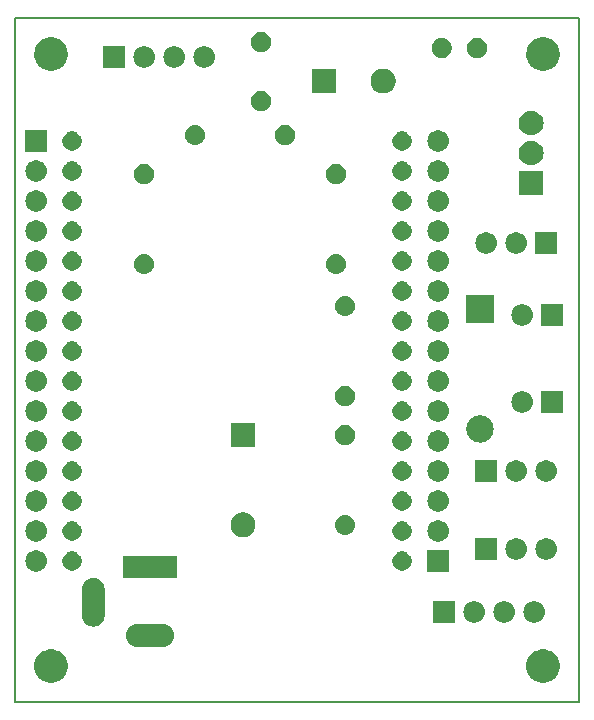
<source format=gbr>
%TF.GenerationSoftware,KiCad,Pcbnew,5.0.2-bee76a0~70~ubuntu18.04.1*%
%TF.CreationDate,2019-12-13T20:17:08+01:00*%
%TF.ProjectId,ESP8266-LolinV3-Lamp,45535038-3236-4362-9d4c-6f6c696e5633,2.0*%
%TF.SameCoordinates,Original*%
%TF.FileFunction,Soldermask,Top*%
%TF.FilePolarity,Negative*%
%FSLAX46Y46*%
G04 Gerber Fmt 4.6, Leading zero omitted, Abs format (unit mm)*
G04 Created by KiCad (PCBNEW 5.0.2-bee76a0~70~ubuntu18.04.1) date ven 13 dic 2019 20:17:08 CET*
%MOMM*%
%LPD*%
G01*
G04 APERTURE LIST*
%ADD10C,0.150000*%
G04 APERTURE END LIST*
D10*
X187198000Y-48768000D02*
X187198000Y-106680000D01*
X139446000Y-106680000D02*
X187198000Y-106680000D01*
X139446000Y-48768000D02*
X187198000Y-48768000D01*
X139446000Y-106680000D02*
X139446000Y-48768000D01*
G36*
X184468433Y-102266893D02*
X184558657Y-102284839D01*
X184664267Y-102328585D01*
X184813621Y-102390449D01*
X185043089Y-102543774D01*
X185238226Y-102738911D01*
X185391551Y-102968379D01*
X185497161Y-103223344D01*
X185551000Y-103494012D01*
X185551000Y-103769988D01*
X185497161Y-104040656D01*
X185391551Y-104295621D01*
X185238226Y-104525089D01*
X185043089Y-104720226D01*
X184813621Y-104873551D01*
X184664267Y-104935415D01*
X184558657Y-104979161D01*
X184468433Y-104997107D01*
X184287988Y-105033000D01*
X184012012Y-105033000D01*
X183831567Y-104997107D01*
X183741343Y-104979161D01*
X183635733Y-104935415D01*
X183486379Y-104873551D01*
X183256911Y-104720226D01*
X183061774Y-104525089D01*
X182908449Y-104295621D01*
X182802839Y-104040656D01*
X182749000Y-103769988D01*
X182749000Y-103494012D01*
X182802839Y-103223344D01*
X182908449Y-102968379D01*
X183061774Y-102738911D01*
X183256911Y-102543774D01*
X183486379Y-102390449D01*
X183635733Y-102328585D01*
X183741343Y-102284839D01*
X183831567Y-102266893D01*
X184012012Y-102231000D01*
X184287988Y-102231000D01*
X184468433Y-102266893D01*
X184468433Y-102266893D01*
G37*
G36*
X142812433Y-102266893D02*
X142902657Y-102284839D01*
X143008267Y-102328585D01*
X143157621Y-102390449D01*
X143387089Y-102543774D01*
X143582226Y-102738911D01*
X143735551Y-102968379D01*
X143841161Y-103223344D01*
X143895000Y-103494012D01*
X143895000Y-103769988D01*
X143841161Y-104040656D01*
X143735551Y-104295621D01*
X143582226Y-104525089D01*
X143387089Y-104720226D01*
X143157621Y-104873551D01*
X143008267Y-104935415D01*
X142902657Y-104979161D01*
X142812433Y-104997107D01*
X142631988Y-105033000D01*
X142356012Y-105033000D01*
X142175567Y-104997107D01*
X142085343Y-104979161D01*
X141979733Y-104935415D01*
X141830379Y-104873551D01*
X141600911Y-104720226D01*
X141405774Y-104525089D01*
X141252449Y-104295621D01*
X141146839Y-104040656D01*
X141093000Y-103769988D01*
X141093000Y-103494012D01*
X141146839Y-103223344D01*
X141252449Y-102968379D01*
X141405774Y-102738911D01*
X141600911Y-102543774D01*
X141830379Y-102390449D01*
X141979733Y-102328585D01*
X142085343Y-102284839D01*
X142175567Y-102266893D01*
X142356012Y-102231000D01*
X142631988Y-102231000D01*
X142812433Y-102266893D01*
X142812433Y-102266893D01*
G37*
G36*
X152162425Y-100112760D02*
X152162428Y-100112761D01*
X152162429Y-100112761D01*
X152341693Y-100167140D01*
X152341695Y-100167141D01*
X152506905Y-100255448D01*
X152651712Y-100374288D01*
X152770552Y-100519095D01*
X152858859Y-100684305D01*
X152913240Y-100863575D01*
X152931601Y-101050000D01*
X152913240Y-101236425D01*
X152858859Y-101415695D01*
X152770552Y-101580905D01*
X152651712Y-101725712D01*
X152506905Y-101844552D01*
X152506903Y-101844553D01*
X152341693Y-101932860D01*
X152162429Y-101987239D01*
X152162428Y-101987239D01*
X152162425Y-101987240D01*
X152022718Y-102001000D01*
X149729282Y-102001000D01*
X149589575Y-101987240D01*
X149589572Y-101987239D01*
X149589571Y-101987239D01*
X149410307Y-101932860D01*
X149245097Y-101844553D01*
X149245095Y-101844552D01*
X149100288Y-101725712D01*
X148981448Y-101580905D01*
X148893141Y-101415695D01*
X148838760Y-101236425D01*
X148820399Y-101050000D01*
X148838760Y-100863575D01*
X148893141Y-100684305D01*
X148981448Y-100519095D01*
X149100288Y-100374288D01*
X149245095Y-100255448D01*
X149410305Y-100167141D01*
X149410307Y-100167140D01*
X149589571Y-100112761D01*
X149589572Y-100112761D01*
X149589575Y-100112760D01*
X149729282Y-100099000D01*
X152022718Y-100099000D01*
X152162425Y-100112760D01*
X152162425Y-100112760D01*
G37*
G36*
X146262424Y-96212760D02*
X146262427Y-96212761D01*
X146262428Y-96212761D01*
X146441692Y-96267140D01*
X146441694Y-96267141D01*
X146441697Y-96267142D01*
X146606904Y-96355446D01*
X146751712Y-96474288D01*
X146870552Y-96619095D01*
X146958859Y-96784305D01*
X147013240Y-96963575D01*
X147027000Y-97103282D01*
X147027000Y-99396718D01*
X147013240Y-99536425D01*
X147013239Y-99536428D01*
X147013239Y-99536429D01*
X147005182Y-99562991D01*
X146958859Y-99715695D01*
X146870552Y-99880905D01*
X146751712Y-100025712D01*
X146606905Y-100144552D01*
X146606903Y-100144553D01*
X146441693Y-100232860D01*
X146262429Y-100287239D01*
X146262428Y-100287239D01*
X146262425Y-100287240D01*
X146076000Y-100305601D01*
X145889576Y-100287240D01*
X145889573Y-100287239D01*
X145889572Y-100287239D01*
X145710308Y-100232860D01*
X145545098Y-100144553D01*
X145545096Y-100144552D01*
X145400289Y-100025712D01*
X145281449Y-99880905D01*
X145193142Y-99715695D01*
X145146820Y-99562991D01*
X145138762Y-99536429D01*
X145138762Y-99536428D01*
X145138761Y-99536425D01*
X145125001Y-99396718D01*
X145125000Y-97103283D01*
X145138760Y-96963576D01*
X145138761Y-96963572D01*
X145193140Y-96784308D01*
X145193141Y-96784306D01*
X145193142Y-96784303D01*
X145281446Y-96619096D01*
X145400288Y-96474288D01*
X145545095Y-96355448D01*
X145710305Y-96267141D01*
X145710307Y-96267140D01*
X145889571Y-96212761D01*
X145889572Y-96212761D01*
X145889575Y-96212760D01*
X146076000Y-96194399D01*
X146262424Y-96212760D01*
X146262424Y-96212760D01*
G37*
G36*
X180958443Y-98165519D02*
X181024627Y-98172037D01*
X181137853Y-98206384D01*
X181194467Y-98223557D01*
X181333087Y-98297652D01*
X181350991Y-98307222D01*
X181386729Y-98336552D01*
X181488186Y-98419814D01*
X181571448Y-98521271D01*
X181600778Y-98557009D01*
X181600779Y-98557011D01*
X181684443Y-98713533D01*
X181684443Y-98713534D01*
X181735963Y-98883373D01*
X181753359Y-99060000D01*
X181735963Y-99236627D01*
X181701616Y-99349853D01*
X181684443Y-99406467D01*
X181614978Y-99536425D01*
X181600778Y-99562991D01*
X181571448Y-99598729D01*
X181488186Y-99700186D01*
X181386729Y-99783448D01*
X181350991Y-99812778D01*
X181350989Y-99812779D01*
X181194467Y-99896443D01*
X181137853Y-99913616D01*
X181024627Y-99947963D01*
X180958443Y-99954481D01*
X180892260Y-99961000D01*
X180803740Y-99961000D01*
X180737557Y-99954481D01*
X180671373Y-99947963D01*
X180558147Y-99913616D01*
X180501533Y-99896443D01*
X180345011Y-99812779D01*
X180345009Y-99812778D01*
X180309271Y-99783448D01*
X180207814Y-99700186D01*
X180124552Y-99598729D01*
X180095222Y-99562991D01*
X180081022Y-99536425D01*
X180011557Y-99406467D01*
X179994384Y-99349853D01*
X179960037Y-99236627D01*
X179942641Y-99060000D01*
X179960037Y-98883373D01*
X180011557Y-98713534D01*
X180011557Y-98713533D01*
X180095221Y-98557011D01*
X180095222Y-98557009D01*
X180124552Y-98521271D01*
X180207814Y-98419814D01*
X180309271Y-98336552D01*
X180345009Y-98307222D01*
X180362913Y-98297652D01*
X180501533Y-98223557D01*
X180558147Y-98206384D01*
X180671373Y-98172037D01*
X180737557Y-98165519D01*
X180803740Y-98159000D01*
X180892260Y-98159000D01*
X180958443Y-98165519D01*
X180958443Y-98165519D01*
G37*
G36*
X178418443Y-98165519D02*
X178484627Y-98172037D01*
X178597853Y-98206384D01*
X178654467Y-98223557D01*
X178793087Y-98297652D01*
X178810991Y-98307222D01*
X178846729Y-98336552D01*
X178948186Y-98419814D01*
X179031448Y-98521271D01*
X179060778Y-98557009D01*
X179060779Y-98557011D01*
X179144443Y-98713533D01*
X179144443Y-98713534D01*
X179195963Y-98883373D01*
X179213359Y-99060000D01*
X179195963Y-99236627D01*
X179161616Y-99349853D01*
X179144443Y-99406467D01*
X179074978Y-99536425D01*
X179060778Y-99562991D01*
X179031448Y-99598729D01*
X178948186Y-99700186D01*
X178846729Y-99783448D01*
X178810991Y-99812778D01*
X178810989Y-99812779D01*
X178654467Y-99896443D01*
X178597853Y-99913616D01*
X178484627Y-99947963D01*
X178418443Y-99954481D01*
X178352260Y-99961000D01*
X178263740Y-99961000D01*
X178197557Y-99954481D01*
X178131373Y-99947963D01*
X178018147Y-99913616D01*
X177961533Y-99896443D01*
X177805011Y-99812779D01*
X177805009Y-99812778D01*
X177769271Y-99783448D01*
X177667814Y-99700186D01*
X177584552Y-99598729D01*
X177555222Y-99562991D01*
X177541022Y-99536425D01*
X177471557Y-99406467D01*
X177454384Y-99349853D01*
X177420037Y-99236627D01*
X177402641Y-99060000D01*
X177420037Y-98883373D01*
X177471557Y-98713534D01*
X177471557Y-98713533D01*
X177555221Y-98557011D01*
X177555222Y-98557009D01*
X177584552Y-98521271D01*
X177667814Y-98419814D01*
X177769271Y-98336552D01*
X177805009Y-98307222D01*
X177822913Y-98297652D01*
X177961533Y-98223557D01*
X178018147Y-98206384D01*
X178131373Y-98172037D01*
X178197557Y-98165519D01*
X178263740Y-98159000D01*
X178352260Y-98159000D01*
X178418443Y-98165519D01*
X178418443Y-98165519D01*
G37*
G36*
X176669000Y-99961000D02*
X174867000Y-99961000D01*
X174867000Y-98159000D01*
X176669000Y-98159000D01*
X176669000Y-99961000D01*
X176669000Y-99961000D01*
G37*
G36*
X183498443Y-98165519D02*
X183564627Y-98172037D01*
X183677853Y-98206384D01*
X183734467Y-98223557D01*
X183873087Y-98297652D01*
X183890991Y-98307222D01*
X183926729Y-98336552D01*
X184028186Y-98419814D01*
X184111448Y-98521271D01*
X184140778Y-98557009D01*
X184140779Y-98557011D01*
X184224443Y-98713533D01*
X184224443Y-98713534D01*
X184275963Y-98883373D01*
X184293359Y-99060000D01*
X184275963Y-99236627D01*
X184241616Y-99349853D01*
X184224443Y-99406467D01*
X184154978Y-99536425D01*
X184140778Y-99562991D01*
X184111448Y-99598729D01*
X184028186Y-99700186D01*
X183926729Y-99783448D01*
X183890991Y-99812778D01*
X183890989Y-99812779D01*
X183734467Y-99896443D01*
X183677853Y-99913616D01*
X183564627Y-99947963D01*
X183498443Y-99954481D01*
X183432260Y-99961000D01*
X183343740Y-99961000D01*
X183277557Y-99954481D01*
X183211373Y-99947963D01*
X183098147Y-99913616D01*
X183041533Y-99896443D01*
X182885011Y-99812779D01*
X182885009Y-99812778D01*
X182849271Y-99783448D01*
X182747814Y-99700186D01*
X182664552Y-99598729D01*
X182635222Y-99562991D01*
X182621022Y-99536425D01*
X182551557Y-99406467D01*
X182534384Y-99349853D01*
X182500037Y-99236627D01*
X182482641Y-99060000D01*
X182500037Y-98883373D01*
X182551557Y-98713534D01*
X182551557Y-98713533D01*
X182635221Y-98557011D01*
X182635222Y-98557009D01*
X182664552Y-98521271D01*
X182747814Y-98419814D01*
X182849271Y-98336552D01*
X182885009Y-98307222D01*
X182902913Y-98297652D01*
X183041533Y-98223557D01*
X183098147Y-98206384D01*
X183211373Y-98172037D01*
X183277557Y-98165519D01*
X183343740Y-98159000D01*
X183432260Y-98159000D01*
X183498443Y-98165519D01*
X183498443Y-98165519D01*
G37*
G36*
X153127000Y-96201000D02*
X148625000Y-96201000D01*
X148625000Y-94299000D01*
X153127000Y-94299000D01*
X153127000Y-96201000D01*
X153127000Y-96201000D01*
G37*
G36*
X176161000Y-95643000D02*
X174359000Y-95643000D01*
X174359000Y-93841000D01*
X176161000Y-93841000D01*
X176161000Y-95643000D01*
X176161000Y-95643000D01*
G37*
G36*
X141334443Y-93847519D02*
X141400627Y-93854037D01*
X141513853Y-93888384D01*
X141570467Y-93905557D01*
X141672774Y-93960242D01*
X141726991Y-93989222D01*
X141762729Y-94018552D01*
X141864186Y-94101814D01*
X141947448Y-94203271D01*
X141976778Y-94239009D01*
X141976779Y-94239011D01*
X142060443Y-94395533D01*
X142060443Y-94395534D01*
X142111963Y-94565373D01*
X142129359Y-94742000D01*
X142111963Y-94918627D01*
X142077616Y-95031853D01*
X142060443Y-95088467D01*
X141986348Y-95227087D01*
X141976778Y-95244991D01*
X141947448Y-95280729D01*
X141864186Y-95382186D01*
X141766358Y-95462470D01*
X141726991Y-95494778D01*
X141726989Y-95494779D01*
X141570467Y-95578443D01*
X141513853Y-95595616D01*
X141400627Y-95629963D01*
X141334442Y-95636482D01*
X141268260Y-95643000D01*
X141179740Y-95643000D01*
X141113558Y-95636482D01*
X141047373Y-95629963D01*
X140934147Y-95595616D01*
X140877533Y-95578443D01*
X140721011Y-95494779D01*
X140721009Y-95494778D01*
X140681642Y-95462470D01*
X140583814Y-95382186D01*
X140500552Y-95280729D01*
X140471222Y-95244991D01*
X140461652Y-95227087D01*
X140387557Y-95088467D01*
X140370384Y-95031853D01*
X140336037Y-94918627D01*
X140318641Y-94742000D01*
X140336037Y-94565373D01*
X140387557Y-94395534D01*
X140387557Y-94395533D01*
X140471221Y-94239011D01*
X140471222Y-94239009D01*
X140500552Y-94203271D01*
X140583814Y-94101814D01*
X140685271Y-94018552D01*
X140721009Y-93989222D01*
X140775226Y-93960242D01*
X140877533Y-93905557D01*
X140934147Y-93888384D01*
X141047373Y-93854037D01*
X141113557Y-93847519D01*
X141179740Y-93841000D01*
X141268260Y-93841000D01*
X141334443Y-93847519D01*
X141334443Y-93847519D01*
G37*
G36*
X144509142Y-93960242D02*
X144657102Y-94021530D01*
X144724130Y-94066317D01*
X144790257Y-94110501D01*
X144903499Y-94223743D01*
X144947683Y-94289870D01*
X144992470Y-94356898D01*
X145053758Y-94504858D01*
X145085000Y-94661925D01*
X145085000Y-94822075D01*
X145053758Y-94979142D01*
X145008474Y-95088466D01*
X144992471Y-95127100D01*
X144903499Y-95260257D01*
X144790257Y-95373499D01*
X144724130Y-95417683D01*
X144657102Y-95462470D01*
X144509142Y-95523758D01*
X144352075Y-95555000D01*
X144191925Y-95555000D01*
X144034858Y-95523758D01*
X143886898Y-95462470D01*
X143819870Y-95417683D01*
X143753743Y-95373499D01*
X143640501Y-95260257D01*
X143551529Y-95127100D01*
X143535526Y-95088466D01*
X143490242Y-94979142D01*
X143459000Y-94822075D01*
X143459000Y-94661925D01*
X143490242Y-94504858D01*
X143551530Y-94356898D01*
X143596317Y-94289870D01*
X143640501Y-94223743D01*
X143753743Y-94110501D01*
X143819870Y-94066317D01*
X143886898Y-94021530D01*
X144034858Y-93960242D01*
X144191925Y-93929000D01*
X144352075Y-93929000D01*
X144509142Y-93960242D01*
X144509142Y-93960242D01*
G37*
G36*
X172449142Y-93960242D02*
X172597102Y-94021530D01*
X172664130Y-94066317D01*
X172730257Y-94110501D01*
X172843499Y-94223743D01*
X172887683Y-94289870D01*
X172932470Y-94356898D01*
X172993758Y-94504858D01*
X173025000Y-94661925D01*
X173025000Y-94822075D01*
X172993758Y-94979142D01*
X172948474Y-95088466D01*
X172932471Y-95127100D01*
X172843499Y-95260257D01*
X172730257Y-95373499D01*
X172664130Y-95417683D01*
X172597102Y-95462470D01*
X172449142Y-95523758D01*
X172292075Y-95555000D01*
X172131925Y-95555000D01*
X171974858Y-95523758D01*
X171826898Y-95462470D01*
X171759870Y-95417683D01*
X171693743Y-95373499D01*
X171580501Y-95260257D01*
X171491529Y-95127100D01*
X171475526Y-95088466D01*
X171430242Y-94979142D01*
X171399000Y-94822075D01*
X171399000Y-94661925D01*
X171430242Y-94504858D01*
X171491530Y-94356898D01*
X171536317Y-94289870D01*
X171580501Y-94223743D01*
X171693743Y-94110501D01*
X171759870Y-94066317D01*
X171826898Y-94021530D01*
X171974858Y-93960242D01*
X172131925Y-93929000D01*
X172292075Y-93929000D01*
X172449142Y-93960242D01*
X172449142Y-93960242D01*
G37*
G36*
X180225000Y-94627000D02*
X178423000Y-94627000D01*
X178423000Y-92825000D01*
X180225000Y-92825000D01*
X180225000Y-94627000D01*
X180225000Y-94627000D01*
G37*
G36*
X181974442Y-92831518D02*
X182040627Y-92838037D01*
X182153853Y-92872384D01*
X182210467Y-92889557D01*
X182332485Y-92954778D01*
X182366991Y-92973222D01*
X182379829Y-92983758D01*
X182504186Y-93085814D01*
X182587448Y-93187271D01*
X182616778Y-93223009D01*
X182616779Y-93223011D01*
X182700443Y-93379533D01*
X182700443Y-93379534D01*
X182751963Y-93549373D01*
X182769359Y-93726000D01*
X182751963Y-93902627D01*
X182734485Y-93960243D01*
X182700443Y-94072467D01*
X182626348Y-94211087D01*
X182616778Y-94228991D01*
X182587448Y-94264729D01*
X182504186Y-94366186D01*
X182402729Y-94449448D01*
X182366991Y-94478778D01*
X182366989Y-94478779D01*
X182210467Y-94562443D01*
X182153853Y-94579616D01*
X182040627Y-94613963D01*
X181974443Y-94620481D01*
X181908260Y-94627000D01*
X181819740Y-94627000D01*
X181753557Y-94620481D01*
X181687373Y-94613963D01*
X181574147Y-94579616D01*
X181517533Y-94562443D01*
X181361011Y-94478779D01*
X181361009Y-94478778D01*
X181325271Y-94449448D01*
X181223814Y-94366186D01*
X181140552Y-94264729D01*
X181111222Y-94228991D01*
X181101652Y-94211087D01*
X181027557Y-94072467D01*
X180993515Y-93960243D01*
X180976037Y-93902627D01*
X180958641Y-93726000D01*
X180976037Y-93549373D01*
X181027557Y-93379534D01*
X181027557Y-93379533D01*
X181111221Y-93223011D01*
X181111222Y-93223009D01*
X181140552Y-93187271D01*
X181223814Y-93085814D01*
X181348171Y-92983758D01*
X181361009Y-92973222D01*
X181395515Y-92954778D01*
X181517533Y-92889557D01*
X181574147Y-92872384D01*
X181687373Y-92838037D01*
X181753558Y-92831518D01*
X181819740Y-92825000D01*
X181908260Y-92825000D01*
X181974442Y-92831518D01*
X181974442Y-92831518D01*
G37*
G36*
X184514442Y-92831518D02*
X184580627Y-92838037D01*
X184693853Y-92872384D01*
X184750467Y-92889557D01*
X184872485Y-92954778D01*
X184906991Y-92973222D01*
X184919829Y-92983758D01*
X185044186Y-93085814D01*
X185127448Y-93187271D01*
X185156778Y-93223009D01*
X185156779Y-93223011D01*
X185240443Y-93379533D01*
X185240443Y-93379534D01*
X185291963Y-93549373D01*
X185309359Y-93726000D01*
X185291963Y-93902627D01*
X185274485Y-93960243D01*
X185240443Y-94072467D01*
X185166348Y-94211087D01*
X185156778Y-94228991D01*
X185127448Y-94264729D01*
X185044186Y-94366186D01*
X184942729Y-94449448D01*
X184906991Y-94478778D01*
X184906989Y-94478779D01*
X184750467Y-94562443D01*
X184693853Y-94579616D01*
X184580627Y-94613963D01*
X184514443Y-94620481D01*
X184448260Y-94627000D01*
X184359740Y-94627000D01*
X184293557Y-94620481D01*
X184227373Y-94613963D01*
X184114147Y-94579616D01*
X184057533Y-94562443D01*
X183901011Y-94478779D01*
X183901009Y-94478778D01*
X183865271Y-94449448D01*
X183763814Y-94366186D01*
X183680552Y-94264729D01*
X183651222Y-94228991D01*
X183641652Y-94211087D01*
X183567557Y-94072467D01*
X183533515Y-93960243D01*
X183516037Y-93902627D01*
X183498641Y-93726000D01*
X183516037Y-93549373D01*
X183567557Y-93379534D01*
X183567557Y-93379533D01*
X183651221Y-93223011D01*
X183651222Y-93223009D01*
X183680552Y-93187271D01*
X183763814Y-93085814D01*
X183888171Y-92983758D01*
X183901009Y-92973222D01*
X183935515Y-92954778D01*
X184057533Y-92889557D01*
X184114147Y-92872384D01*
X184227373Y-92838037D01*
X184293558Y-92831518D01*
X184359740Y-92825000D01*
X184448260Y-92825000D01*
X184514442Y-92831518D01*
X184514442Y-92831518D01*
G37*
G36*
X141334443Y-91307519D02*
X141400627Y-91314037D01*
X141513853Y-91348384D01*
X141570467Y-91365557D01*
X141672774Y-91420242D01*
X141726991Y-91449222D01*
X141762729Y-91478552D01*
X141864186Y-91561814D01*
X141947448Y-91663271D01*
X141976778Y-91699009D01*
X141976779Y-91699011D01*
X142060443Y-91855533D01*
X142060443Y-91855534D01*
X142111963Y-92025373D01*
X142129359Y-92202000D01*
X142111963Y-92378627D01*
X142079991Y-92484025D01*
X142060443Y-92548467D01*
X142030019Y-92605385D01*
X141976778Y-92704991D01*
X141960357Y-92725000D01*
X141864186Y-92842186D01*
X141766358Y-92922470D01*
X141726991Y-92954778D01*
X141726989Y-92954779D01*
X141570467Y-93038443D01*
X141513853Y-93055616D01*
X141400627Y-93089963D01*
X141334443Y-93096481D01*
X141268260Y-93103000D01*
X141179740Y-93103000D01*
X141113557Y-93096481D01*
X141047373Y-93089963D01*
X140934147Y-93055616D01*
X140877533Y-93038443D01*
X140721011Y-92954779D01*
X140721009Y-92954778D01*
X140681642Y-92922470D01*
X140583814Y-92842186D01*
X140487643Y-92725000D01*
X140471222Y-92704991D01*
X140417981Y-92605385D01*
X140387557Y-92548467D01*
X140368009Y-92484025D01*
X140336037Y-92378627D01*
X140318641Y-92202000D01*
X140336037Y-92025373D01*
X140387557Y-91855534D01*
X140387557Y-91855533D01*
X140471221Y-91699011D01*
X140471222Y-91699009D01*
X140500552Y-91663271D01*
X140583814Y-91561814D01*
X140685271Y-91478552D01*
X140721009Y-91449222D01*
X140775226Y-91420242D01*
X140877533Y-91365557D01*
X140934147Y-91348384D01*
X141047373Y-91314037D01*
X141113557Y-91307519D01*
X141179740Y-91301000D01*
X141268260Y-91301000D01*
X141334443Y-91307519D01*
X141334443Y-91307519D01*
G37*
G36*
X175370443Y-91307519D02*
X175436627Y-91314037D01*
X175549853Y-91348384D01*
X175606467Y-91365557D01*
X175708774Y-91420242D01*
X175762991Y-91449222D01*
X175798729Y-91478552D01*
X175900186Y-91561814D01*
X175983448Y-91663271D01*
X176012778Y-91699009D01*
X176012779Y-91699011D01*
X176096443Y-91855533D01*
X176096443Y-91855534D01*
X176147963Y-92025373D01*
X176165359Y-92202000D01*
X176147963Y-92378627D01*
X176115991Y-92484025D01*
X176096443Y-92548467D01*
X176066019Y-92605385D01*
X176012778Y-92704991D01*
X175996357Y-92725000D01*
X175900186Y-92842186D01*
X175802358Y-92922470D01*
X175762991Y-92954778D01*
X175762989Y-92954779D01*
X175606467Y-93038443D01*
X175549853Y-93055616D01*
X175436627Y-93089963D01*
X175370443Y-93096481D01*
X175304260Y-93103000D01*
X175215740Y-93103000D01*
X175149557Y-93096481D01*
X175083373Y-93089963D01*
X174970147Y-93055616D01*
X174913533Y-93038443D01*
X174757011Y-92954779D01*
X174757009Y-92954778D01*
X174717642Y-92922470D01*
X174619814Y-92842186D01*
X174523643Y-92725000D01*
X174507222Y-92704991D01*
X174453981Y-92605385D01*
X174423557Y-92548467D01*
X174404009Y-92484025D01*
X174372037Y-92378627D01*
X174354641Y-92202000D01*
X174372037Y-92025373D01*
X174423557Y-91855534D01*
X174423557Y-91855533D01*
X174507221Y-91699011D01*
X174507222Y-91699009D01*
X174536552Y-91663271D01*
X174619814Y-91561814D01*
X174721271Y-91478552D01*
X174757009Y-91449222D01*
X174811226Y-91420242D01*
X174913533Y-91365557D01*
X174970147Y-91348384D01*
X175083373Y-91314037D01*
X175149557Y-91307519D01*
X175215740Y-91301000D01*
X175304260Y-91301000D01*
X175370443Y-91307519D01*
X175370443Y-91307519D01*
G37*
G36*
X144509142Y-91420242D02*
X144657102Y-91481530D01*
X144724130Y-91526317D01*
X144790257Y-91570501D01*
X144903499Y-91683743D01*
X144947683Y-91749870D01*
X144992470Y-91816898D01*
X145053758Y-91964858D01*
X145085000Y-92121925D01*
X145085000Y-92282075D01*
X145053758Y-92439142D01*
X144992470Y-92587102D01*
X144947683Y-92654130D01*
X144903499Y-92720257D01*
X144790257Y-92833499D01*
X144724130Y-92877683D01*
X144657102Y-92922470D01*
X144509142Y-92983758D01*
X144352075Y-93015000D01*
X144191925Y-93015000D01*
X144034858Y-92983758D01*
X143886898Y-92922470D01*
X143819870Y-92877683D01*
X143753743Y-92833499D01*
X143640501Y-92720257D01*
X143596317Y-92654130D01*
X143551530Y-92587102D01*
X143490242Y-92439142D01*
X143459000Y-92282075D01*
X143459000Y-92121925D01*
X143490242Y-91964858D01*
X143551530Y-91816898D01*
X143596317Y-91749870D01*
X143640501Y-91683743D01*
X143753743Y-91570501D01*
X143819870Y-91526317D01*
X143886898Y-91481530D01*
X144034858Y-91420242D01*
X144191925Y-91389000D01*
X144352075Y-91389000D01*
X144509142Y-91420242D01*
X144509142Y-91420242D01*
G37*
G36*
X172449142Y-91420242D02*
X172597102Y-91481530D01*
X172664130Y-91526317D01*
X172730257Y-91570501D01*
X172843499Y-91683743D01*
X172887683Y-91749870D01*
X172932470Y-91816898D01*
X172993758Y-91964858D01*
X173025000Y-92121925D01*
X173025000Y-92282075D01*
X172993758Y-92439142D01*
X172932470Y-92587102D01*
X172887683Y-92654130D01*
X172843499Y-92720257D01*
X172730257Y-92833499D01*
X172664130Y-92877683D01*
X172597102Y-92922470D01*
X172449142Y-92983758D01*
X172292075Y-93015000D01*
X172131925Y-93015000D01*
X171974858Y-92983758D01*
X171826898Y-92922470D01*
X171759870Y-92877683D01*
X171693743Y-92833499D01*
X171580501Y-92720257D01*
X171536317Y-92654130D01*
X171491530Y-92587102D01*
X171430242Y-92439142D01*
X171399000Y-92282075D01*
X171399000Y-92121925D01*
X171430242Y-91964858D01*
X171491530Y-91816898D01*
X171536317Y-91749870D01*
X171580501Y-91683743D01*
X171693743Y-91570501D01*
X171759870Y-91526317D01*
X171826898Y-91481530D01*
X171974858Y-91420242D01*
X172131925Y-91389000D01*
X172292075Y-91389000D01*
X172449142Y-91420242D01*
X172449142Y-91420242D01*
G37*
G36*
X159056565Y-90663389D02*
X159247834Y-90742615D01*
X159419976Y-90857637D01*
X159566363Y-91004024D01*
X159681385Y-91176166D01*
X159760611Y-91367435D01*
X159801000Y-91570484D01*
X159801000Y-91777516D01*
X159760611Y-91980565D01*
X159681385Y-92171834D01*
X159566363Y-92343976D01*
X159419976Y-92490363D01*
X159247834Y-92605385D01*
X159056565Y-92684611D01*
X158853516Y-92725000D01*
X158646484Y-92725000D01*
X158443435Y-92684611D01*
X158252166Y-92605385D01*
X158080024Y-92490363D01*
X157933637Y-92343976D01*
X157818615Y-92171834D01*
X157739389Y-91980565D01*
X157699000Y-91777516D01*
X157699000Y-91570484D01*
X157739389Y-91367435D01*
X157818615Y-91176166D01*
X157933637Y-91004024D01*
X158080024Y-90857637D01*
X158252166Y-90742615D01*
X158443435Y-90663389D01*
X158646484Y-90623000D01*
X158853516Y-90623000D01*
X159056565Y-90663389D01*
X159056565Y-90663389D01*
G37*
G36*
X167552821Y-90855313D02*
X167552824Y-90855314D01*
X167552825Y-90855314D01*
X167713239Y-90903975D01*
X167713241Y-90903976D01*
X167713244Y-90903977D01*
X167861078Y-90982995D01*
X167990659Y-91089341D01*
X168097005Y-91218922D01*
X168176023Y-91366756D01*
X168176024Y-91366759D01*
X168176025Y-91366761D01*
X168224686Y-91527175D01*
X168224687Y-91527179D01*
X168241117Y-91694000D01*
X168224687Y-91860821D01*
X168176023Y-92021244D01*
X168097005Y-92169078D01*
X167990659Y-92298659D01*
X167861078Y-92405005D01*
X167713244Y-92484023D01*
X167713241Y-92484024D01*
X167713239Y-92484025D01*
X167552825Y-92532686D01*
X167552824Y-92532686D01*
X167552821Y-92532687D01*
X167427804Y-92545000D01*
X167344196Y-92545000D01*
X167219179Y-92532687D01*
X167219176Y-92532686D01*
X167219175Y-92532686D01*
X167058761Y-92484025D01*
X167058759Y-92484024D01*
X167058756Y-92484023D01*
X166910922Y-92405005D01*
X166781341Y-92298659D01*
X166674995Y-92169078D01*
X166595977Y-92021244D01*
X166547313Y-91860821D01*
X166530883Y-91694000D01*
X166547313Y-91527179D01*
X166547314Y-91527175D01*
X166595975Y-91366761D01*
X166595976Y-91366759D01*
X166595977Y-91366756D01*
X166674995Y-91218922D01*
X166781341Y-91089341D01*
X166910922Y-90982995D01*
X167058756Y-90903977D01*
X167058759Y-90903976D01*
X167058761Y-90903975D01*
X167219175Y-90855314D01*
X167219176Y-90855314D01*
X167219179Y-90855313D01*
X167344196Y-90843000D01*
X167427804Y-90843000D01*
X167552821Y-90855313D01*
X167552821Y-90855313D01*
G37*
G36*
X141334442Y-88767518D02*
X141400627Y-88774037D01*
X141513853Y-88808384D01*
X141570467Y-88825557D01*
X141672774Y-88880242D01*
X141726991Y-88909222D01*
X141762729Y-88938552D01*
X141864186Y-89021814D01*
X141947448Y-89123271D01*
X141976778Y-89159009D01*
X141976779Y-89159011D01*
X142060443Y-89315533D01*
X142060443Y-89315534D01*
X142111963Y-89485373D01*
X142129359Y-89662000D01*
X142111963Y-89838627D01*
X142077616Y-89951853D01*
X142060443Y-90008467D01*
X141986348Y-90147087D01*
X141976778Y-90164991D01*
X141947448Y-90200729D01*
X141864186Y-90302186D01*
X141766358Y-90382470D01*
X141726991Y-90414778D01*
X141726989Y-90414779D01*
X141570467Y-90498443D01*
X141513853Y-90515616D01*
X141400627Y-90549963D01*
X141334442Y-90556482D01*
X141268260Y-90563000D01*
X141179740Y-90563000D01*
X141113558Y-90556482D01*
X141047373Y-90549963D01*
X140934147Y-90515616D01*
X140877533Y-90498443D01*
X140721011Y-90414779D01*
X140721009Y-90414778D01*
X140681642Y-90382470D01*
X140583814Y-90302186D01*
X140500552Y-90200729D01*
X140471222Y-90164991D01*
X140461652Y-90147087D01*
X140387557Y-90008467D01*
X140370384Y-89951853D01*
X140336037Y-89838627D01*
X140318641Y-89662000D01*
X140336037Y-89485373D01*
X140387557Y-89315534D01*
X140387557Y-89315533D01*
X140471221Y-89159011D01*
X140471222Y-89159009D01*
X140500552Y-89123271D01*
X140583814Y-89021814D01*
X140685271Y-88938552D01*
X140721009Y-88909222D01*
X140775226Y-88880242D01*
X140877533Y-88825557D01*
X140934147Y-88808384D01*
X141047373Y-88774037D01*
X141113558Y-88767518D01*
X141179740Y-88761000D01*
X141268260Y-88761000D01*
X141334442Y-88767518D01*
X141334442Y-88767518D01*
G37*
G36*
X175370442Y-88767518D02*
X175436627Y-88774037D01*
X175549853Y-88808384D01*
X175606467Y-88825557D01*
X175708774Y-88880242D01*
X175762991Y-88909222D01*
X175798729Y-88938552D01*
X175900186Y-89021814D01*
X175983448Y-89123271D01*
X176012778Y-89159009D01*
X176012779Y-89159011D01*
X176096443Y-89315533D01*
X176096443Y-89315534D01*
X176147963Y-89485373D01*
X176165359Y-89662000D01*
X176147963Y-89838627D01*
X176113616Y-89951853D01*
X176096443Y-90008467D01*
X176022348Y-90147087D01*
X176012778Y-90164991D01*
X175983448Y-90200729D01*
X175900186Y-90302186D01*
X175802358Y-90382470D01*
X175762991Y-90414778D01*
X175762989Y-90414779D01*
X175606467Y-90498443D01*
X175549853Y-90515616D01*
X175436627Y-90549963D01*
X175370442Y-90556482D01*
X175304260Y-90563000D01*
X175215740Y-90563000D01*
X175149558Y-90556482D01*
X175083373Y-90549963D01*
X174970147Y-90515616D01*
X174913533Y-90498443D01*
X174757011Y-90414779D01*
X174757009Y-90414778D01*
X174717642Y-90382470D01*
X174619814Y-90302186D01*
X174536552Y-90200729D01*
X174507222Y-90164991D01*
X174497652Y-90147087D01*
X174423557Y-90008467D01*
X174406384Y-89951853D01*
X174372037Y-89838627D01*
X174354641Y-89662000D01*
X174372037Y-89485373D01*
X174423557Y-89315534D01*
X174423557Y-89315533D01*
X174507221Y-89159011D01*
X174507222Y-89159009D01*
X174536552Y-89123271D01*
X174619814Y-89021814D01*
X174721271Y-88938552D01*
X174757009Y-88909222D01*
X174811226Y-88880242D01*
X174913533Y-88825557D01*
X174970147Y-88808384D01*
X175083373Y-88774037D01*
X175149558Y-88767518D01*
X175215740Y-88761000D01*
X175304260Y-88761000D01*
X175370442Y-88767518D01*
X175370442Y-88767518D01*
G37*
G36*
X172449142Y-88880242D02*
X172597102Y-88941530D01*
X172664130Y-88986317D01*
X172730257Y-89030501D01*
X172843499Y-89143743D01*
X172887683Y-89209870D01*
X172932470Y-89276898D01*
X172993758Y-89424858D01*
X173025000Y-89581925D01*
X173025000Y-89742075D01*
X172993758Y-89899142D01*
X172948474Y-90008466D01*
X172932471Y-90047100D01*
X172843499Y-90180257D01*
X172730257Y-90293499D01*
X172664130Y-90337683D01*
X172597102Y-90382470D01*
X172449142Y-90443758D01*
X172292075Y-90475000D01*
X172131925Y-90475000D01*
X171974858Y-90443758D01*
X171826898Y-90382470D01*
X171759870Y-90337683D01*
X171693743Y-90293499D01*
X171580501Y-90180257D01*
X171491529Y-90047100D01*
X171475526Y-90008466D01*
X171430242Y-89899142D01*
X171399000Y-89742075D01*
X171399000Y-89581925D01*
X171430242Y-89424858D01*
X171491530Y-89276898D01*
X171536317Y-89209870D01*
X171580501Y-89143743D01*
X171693743Y-89030501D01*
X171759870Y-88986317D01*
X171826898Y-88941530D01*
X171974858Y-88880242D01*
X172131925Y-88849000D01*
X172292075Y-88849000D01*
X172449142Y-88880242D01*
X172449142Y-88880242D01*
G37*
G36*
X144509142Y-88880242D02*
X144657102Y-88941530D01*
X144724130Y-88986317D01*
X144790257Y-89030501D01*
X144903499Y-89143743D01*
X144947683Y-89209870D01*
X144992470Y-89276898D01*
X145053758Y-89424858D01*
X145085000Y-89581925D01*
X145085000Y-89742075D01*
X145053758Y-89899142D01*
X145008474Y-90008466D01*
X144992471Y-90047100D01*
X144903499Y-90180257D01*
X144790257Y-90293499D01*
X144724130Y-90337683D01*
X144657102Y-90382470D01*
X144509142Y-90443758D01*
X144352075Y-90475000D01*
X144191925Y-90475000D01*
X144034858Y-90443758D01*
X143886898Y-90382470D01*
X143819870Y-90337683D01*
X143753743Y-90293499D01*
X143640501Y-90180257D01*
X143551529Y-90047100D01*
X143535526Y-90008466D01*
X143490242Y-89899142D01*
X143459000Y-89742075D01*
X143459000Y-89581925D01*
X143490242Y-89424858D01*
X143551530Y-89276898D01*
X143596317Y-89209870D01*
X143640501Y-89143743D01*
X143753743Y-89030501D01*
X143819870Y-88986317D01*
X143886898Y-88941530D01*
X144034858Y-88880242D01*
X144191925Y-88849000D01*
X144352075Y-88849000D01*
X144509142Y-88880242D01*
X144509142Y-88880242D01*
G37*
G36*
X184514443Y-86227519D02*
X184580627Y-86234037D01*
X184693853Y-86268384D01*
X184750467Y-86285557D01*
X184852774Y-86340242D01*
X184906991Y-86369222D01*
X184942729Y-86398552D01*
X185044186Y-86481814D01*
X185127448Y-86583271D01*
X185156778Y-86619009D01*
X185156779Y-86619011D01*
X185240443Y-86775533D01*
X185240443Y-86775534D01*
X185291963Y-86945373D01*
X185309359Y-87122000D01*
X185291963Y-87298627D01*
X185257616Y-87411853D01*
X185240443Y-87468467D01*
X185166348Y-87607087D01*
X185156778Y-87624991D01*
X185127448Y-87660729D01*
X185044186Y-87762186D01*
X184946358Y-87842470D01*
X184906991Y-87874778D01*
X184906989Y-87874779D01*
X184750467Y-87958443D01*
X184693853Y-87975616D01*
X184580627Y-88009963D01*
X184514443Y-88016481D01*
X184448260Y-88023000D01*
X184359740Y-88023000D01*
X184293557Y-88016481D01*
X184227373Y-88009963D01*
X184114147Y-87975616D01*
X184057533Y-87958443D01*
X183901011Y-87874779D01*
X183901009Y-87874778D01*
X183861642Y-87842470D01*
X183763814Y-87762186D01*
X183680552Y-87660729D01*
X183651222Y-87624991D01*
X183641652Y-87607087D01*
X183567557Y-87468467D01*
X183550384Y-87411853D01*
X183516037Y-87298627D01*
X183498641Y-87122000D01*
X183516037Y-86945373D01*
X183567557Y-86775534D01*
X183567557Y-86775533D01*
X183651221Y-86619011D01*
X183651222Y-86619009D01*
X183680552Y-86583271D01*
X183763814Y-86481814D01*
X183865271Y-86398552D01*
X183901009Y-86369222D01*
X183955226Y-86340242D01*
X184057533Y-86285557D01*
X184114147Y-86268384D01*
X184227373Y-86234037D01*
X184293557Y-86227519D01*
X184359740Y-86221000D01*
X184448260Y-86221000D01*
X184514443Y-86227519D01*
X184514443Y-86227519D01*
G37*
G36*
X181974443Y-86227519D02*
X182040627Y-86234037D01*
X182153853Y-86268384D01*
X182210467Y-86285557D01*
X182312774Y-86340242D01*
X182366991Y-86369222D01*
X182402729Y-86398552D01*
X182504186Y-86481814D01*
X182587448Y-86583271D01*
X182616778Y-86619009D01*
X182616779Y-86619011D01*
X182700443Y-86775533D01*
X182700443Y-86775534D01*
X182751963Y-86945373D01*
X182769359Y-87122000D01*
X182751963Y-87298627D01*
X182717616Y-87411853D01*
X182700443Y-87468467D01*
X182626348Y-87607087D01*
X182616778Y-87624991D01*
X182587448Y-87660729D01*
X182504186Y-87762186D01*
X182406358Y-87842470D01*
X182366991Y-87874778D01*
X182366989Y-87874779D01*
X182210467Y-87958443D01*
X182153853Y-87975616D01*
X182040627Y-88009963D01*
X181974443Y-88016481D01*
X181908260Y-88023000D01*
X181819740Y-88023000D01*
X181753557Y-88016481D01*
X181687373Y-88009963D01*
X181574147Y-87975616D01*
X181517533Y-87958443D01*
X181361011Y-87874779D01*
X181361009Y-87874778D01*
X181321642Y-87842470D01*
X181223814Y-87762186D01*
X181140552Y-87660729D01*
X181111222Y-87624991D01*
X181101652Y-87607087D01*
X181027557Y-87468467D01*
X181010384Y-87411853D01*
X180976037Y-87298627D01*
X180958641Y-87122000D01*
X180976037Y-86945373D01*
X181027557Y-86775534D01*
X181027557Y-86775533D01*
X181111221Y-86619011D01*
X181111222Y-86619009D01*
X181140552Y-86583271D01*
X181223814Y-86481814D01*
X181325271Y-86398552D01*
X181361009Y-86369222D01*
X181415226Y-86340242D01*
X181517533Y-86285557D01*
X181574147Y-86268384D01*
X181687373Y-86234037D01*
X181753557Y-86227519D01*
X181819740Y-86221000D01*
X181908260Y-86221000D01*
X181974443Y-86227519D01*
X181974443Y-86227519D01*
G37*
G36*
X175370443Y-86227519D02*
X175436627Y-86234037D01*
X175549853Y-86268384D01*
X175606467Y-86285557D01*
X175708774Y-86340242D01*
X175762991Y-86369222D01*
X175798729Y-86398552D01*
X175900186Y-86481814D01*
X175983448Y-86583271D01*
X176012778Y-86619009D01*
X176012779Y-86619011D01*
X176096443Y-86775533D01*
X176096443Y-86775534D01*
X176147963Y-86945373D01*
X176165359Y-87122000D01*
X176147963Y-87298627D01*
X176113616Y-87411853D01*
X176096443Y-87468467D01*
X176022348Y-87607087D01*
X176012778Y-87624991D01*
X175983448Y-87660729D01*
X175900186Y-87762186D01*
X175802358Y-87842470D01*
X175762991Y-87874778D01*
X175762989Y-87874779D01*
X175606467Y-87958443D01*
X175549853Y-87975616D01*
X175436627Y-88009963D01*
X175370443Y-88016481D01*
X175304260Y-88023000D01*
X175215740Y-88023000D01*
X175149557Y-88016481D01*
X175083373Y-88009963D01*
X174970147Y-87975616D01*
X174913533Y-87958443D01*
X174757011Y-87874779D01*
X174757009Y-87874778D01*
X174717642Y-87842470D01*
X174619814Y-87762186D01*
X174536552Y-87660729D01*
X174507222Y-87624991D01*
X174497652Y-87607087D01*
X174423557Y-87468467D01*
X174406384Y-87411853D01*
X174372037Y-87298627D01*
X174354641Y-87122000D01*
X174372037Y-86945373D01*
X174423557Y-86775534D01*
X174423557Y-86775533D01*
X174507221Y-86619011D01*
X174507222Y-86619009D01*
X174536552Y-86583271D01*
X174619814Y-86481814D01*
X174721271Y-86398552D01*
X174757009Y-86369222D01*
X174811226Y-86340242D01*
X174913533Y-86285557D01*
X174970147Y-86268384D01*
X175083373Y-86234037D01*
X175149557Y-86227519D01*
X175215740Y-86221000D01*
X175304260Y-86221000D01*
X175370443Y-86227519D01*
X175370443Y-86227519D01*
G37*
G36*
X180225000Y-88023000D02*
X178423000Y-88023000D01*
X178423000Y-86221000D01*
X180225000Y-86221000D01*
X180225000Y-88023000D01*
X180225000Y-88023000D01*
G37*
G36*
X141334443Y-86227519D02*
X141400627Y-86234037D01*
X141513853Y-86268384D01*
X141570467Y-86285557D01*
X141672774Y-86340242D01*
X141726991Y-86369222D01*
X141762729Y-86398552D01*
X141864186Y-86481814D01*
X141947448Y-86583271D01*
X141976778Y-86619009D01*
X141976779Y-86619011D01*
X142060443Y-86775533D01*
X142060443Y-86775534D01*
X142111963Y-86945373D01*
X142129359Y-87122000D01*
X142111963Y-87298627D01*
X142077616Y-87411853D01*
X142060443Y-87468467D01*
X141986348Y-87607087D01*
X141976778Y-87624991D01*
X141947448Y-87660729D01*
X141864186Y-87762186D01*
X141766358Y-87842470D01*
X141726991Y-87874778D01*
X141726989Y-87874779D01*
X141570467Y-87958443D01*
X141513853Y-87975616D01*
X141400627Y-88009963D01*
X141334443Y-88016481D01*
X141268260Y-88023000D01*
X141179740Y-88023000D01*
X141113557Y-88016481D01*
X141047373Y-88009963D01*
X140934147Y-87975616D01*
X140877533Y-87958443D01*
X140721011Y-87874779D01*
X140721009Y-87874778D01*
X140681642Y-87842470D01*
X140583814Y-87762186D01*
X140500552Y-87660729D01*
X140471222Y-87624991D01*
X140461652Y-87607087D01*
X140387557Y-87468467D01*
X140370384Y-87411853D01*
X140336037Y-87298627D01*
X140318641Y-87122000D01*
X140336037Y-86945373D01*
X140387557Y-86775534D01*
X140387557Y-86775533D01*
X140471221Y-86619011D01*
X140471222Y-86619009D01*
X140500552Y-86583271D01*
X140583814Y-86481814D01*
X140685271Y-86398552D01*
X140721009Y-86369222D01*
X140775226Y-86340242D01*
X140877533Y-86285557D01*
X140934147Y-86268384D01*
X141047373Y-86234037D01*
X141113557Y-86227519D01*
X141179740Y-86221000D01*
X141268260Y-86221000D01*
X141334443Y-86227519D01*
X141334443Y-86227519D01*
G37*
G36*
X172449142Y-86340242D02*
X172597102Y-86401530D01*
X172664130Y-86446317D01*
X172730257Y-86490501D01*
X172843499Y-86603743D01*
X172887683Y-86669870D01*
X172932470Y-86736898D01*
X172993758Y-86884858D01*
X173025000Y-87041925D01*
X173025000Y-87202075D01*
X172993758Y-87359142D01*
X172948474Y-87468466D01*
X172932471Y-87507100D01*
X172843499Y-87640257D01*
X172730257Y-87753499D01*
X172664130Y-87797683D01*
X172597102Y-87842470D01*
X172449142Y-87903758D01*
X172292075Y-87935000D01*
X172131925Y-87935000D01*
X171974858Y-87903758D01*
X171826898Y-87842470D01*
X171759870Y-87797683D01*
X171693743Y-87753499D01*
X171580501Y-87640257D01*
X171491529Y-87507100D01*
X171475526Y-87468466D01*
X171430242Y-87359142D01*
X171399000Y-87202075D01*
X171399000Y-87041925D01*
X171430242Y-86884858D01*
X171491530Y-86736898D01*
X171536317Y-86669870D01*
X171580501Y-86603743D01*
X171693743Y-86490501D01*
X171759870Y-86446317D01*
X171826898Y-86401530D01*
X171974858Y-86340242D01*
X172131925Y-86309000D01*
X172292075Y-86309000D01*
X172449142Y-86340242D01*
X172449142Y-86340242D01*
G37*
G36*
X144509142Y-86340242D02*
X144657102Y-86401530D01*
X144724130Y-86446317D01*
X144790257Y-86490501D01*
X144903499Y-86603743D01*
X144947683Y-86669870D01*
X144992470Y-86736898D01*
X145053758Y-86884858D01*
X145085000Y-87041925D01*
X145085000Y-87202075D01*
X145053758Y-87359142D01*
X145008474Y-87468466D01*
X144992471Y-87507100D01*
X144903499Y-87640257D01*
X144790257Y-87753499D01*
X144724130Y-87797683D01*
X144657102Y-87842470D01*
X144509142Y-87903758D01*
X144352075Y-87935000D01*
X144191925Y-87935000D01*
X144034858Y-87903758D01*
X143886898Y-87842470D01*
X143819870Y-87797683D01*
X143753743Y-87753499D01*
X143640501Y-87640257D01*
X143551529Y-87507100D01*
X143535526Y-87468466D01*
X143490242Y-87359142D01*
X143459000Y-87202075D01*
X143459000Y-87041925D01*
X143490242Y-86884858D01*
X143551530Y-86736898D01*
X143596317Y-86669870D01*
X143640501Y-86603743D01*
X143753743Y-86490501D01*
X143819870Y-86446317D01*
X143886898Y-86401530D01*
X144034858Y-86340242D01*
X144191925Y-86309000D01*
X144352075Y-86309000D01*
X144509142Y-86340242D01*
X144509142Y-86340242D01*
G37*
G36*
X141334443Y-83687519D02*
X141400627Y-83694037D01*
X141513853Y-83728384D01*
X141570467Y-83745557D01*
X141672774Y-83800242D01*
X141726991Y-83829222D01*
X141762729Y-83858552D01*
X141864186Y-83941814D01*
X141918999Y-84008605D01*
X141976778Y-84079009D01*
X141976779Y-84079011D01*
X142060443Y-84235533D01*
X142060443Y-84235534D01*
X142111963Y-84405373D01*
X142129359Y-84582000D01*
X142111963Y-84758627D01*
X142090874Y-84828147D01*
X142060443Y-84928467D01*
X141986348Y-85067087D01*
X141976778Y-85084991D01*
X141947448Y-85120729D01*
X141864186Y-85222186D01*
X141766358Y-85302470D01*
X141726991Y-85334778D01*
X141726989Y-85334779D01*
X141570467Y-85418443D01*
X141513853Y-85435616D01*
X141400627Y-85469963D01*
X141334442Y-85476482D01*
X141268260Y-85483000D01*
X141179740Y-85483000D01*
X141113558Y-85476482D01*
X141047373Y-85469963D01*
X140934147Y-85435616D01*
X140877533Y-85418443D01*
X140721011Y-85334779D01*
X140721009Y-85334778D01*
X140681642Y-85302470D01*
X140583814Y-85222186D01*
X140500552Y-85120729D01*
X140471222Y-85084991D01*
X140461652Y-85067087D01*
X140387557Y-84928467D01*
X140357126Y-84828147D01*
X140336037Y-84758627D01*
X140318641Y-84582000D01*
X140336037Y-84405373D01*
X140387557Y-84235534D01*
X140387557Y-84235533D01*
X140471221Y-84079011D01*
X140471222Y-84079009D01*
X140529001Y-84008605D01*
X140583814Y-83941814D01*
X140685271Y-83858552D01*
X140721009Y-83829222D01*
X140775226Y-83800242D01*
X140877533Y-83745557D01*
X140934147Y-83728384D01*
X141047373Y-83694037D01*
X141113557Y-83687519D01*
X141179740Y-83681000D01*
X141268260Y-83681000D01*
X141334443Y-83687519D01*
X141334443Y-83687519D01*
G37*
G36*
X175370443Y-83687519D02*
X175436627Y-83694037D01*
X175549853Y-83728384D01*
X175606467Y-83745557D01*
X175708774Y-83800242D01*
X175762991Y-83829222D01*
X175798729Y-83858552D01*
X175900186Y-83941814D01*
X175954999Y-84008605D01*
X176012778Y-84079009D01*
X176012779Y-84079011D01*
X176096443Y-84235533D01*
X176096443Y-84235534D01*
X176147963Y-84405373D01*
X176165359Y-84582000D01*
X176147963Y-84758627D01*
X176126874Y-84828147D01*
X176096443Y-84928467D01*
X176022348Y-85067087D01*
X176012778Y-85084991D01*
X175983448Y-85120729D01*
X175900186Y-85222186D01*
X175802358Y-85302470D01*
X175762991Y-85334778D01*
X175762989Y-85334779D01*
X175606467Y-85418443D01*
X175549853Y-85435616D01*
X175436627Y-85469963D01*
X175370442Y-85476482D01*
X175304260Y-85483000D01*
X175215740Y-85483000D01*
X175149558Y-85476482D01*
X175083373Y-85469963D01*
X174970147Y-85435616D01*
X174913533Y-85418443D01*
X174757011Y-85334779D01*
X174757009Y-85334778D01*
X174717642Y-85302470D01*
X174619814Y-85222186D01*
X174536552Y-85120729D01*
X174507222Y-85084991D01*
X174497652Y-85067087D01*
X174423557Y-84928467D01*
X174393126Y-84828147D01*
X174372037Y-84758627D01*
X174354641Y-84582000D01*
X174372037Y-84405373D01*
X174423557Y-84235534D01*
X174423557Y-84235533D01*
X174507221Y-84079011D01*
X174507222Y-84079009D01*
X174565001Y-84008605D01*
X174619814Y-83941814D01*
X174721271Y-83858552D01*
X174757009Y-83829222D01*
X174811226Y-83800242D01*
X174913533Y-83745557D01*
X174970147Y-83728384D01*
X175083373Y-83694037D01*
X175149557Y-83687519D01*
X175215740Y-83681000D01*
X175304260Y-83681000D01*
X175370443Y-83687519D01*
X175370443Y-83687519D01*
G37*
G36*
X172449142Y-83800242D02*
X172597102Y-83861530D01*
X172664130Y-83906317D01*
X172730257Y-83950501D01*
X172843499Y-84063743D01*
X172887683Y-84129870D01*
X172932470Y-84196898D01*
X172993758Y-84344858D01*
X173025000Y-84501925D01*
X173025000Y-84662075D01*
X172993758Y-84819142D01*
X172963456Y-84892296D01*
X172932471Y-84967100D01*
X172843499Y-85100257D01*
X172730257Y-85213499D01*
X172664130Y-85257683D01*
X172597102Y-85302470D01*
X172449142Y-85363758D01*
X172292075Y-85395000D01*
X172131925Y-85395000D01*
X171974858Y-85363758D01*
X171826898Y-85302470D01*
X171759870Y-85257683D01*
X171693743Y-85213499D01*
X171580501Y-85100257D01*
X171491529Y-84967100D01*
X171460544Y-84892296D01*
X171430242Y-84819142D01*
X171399000Y-84662075D01*
X171399000Y-84501925D01*
X171430242Y-84344858D01*
X171491530Y-84196898D01*
X171536317Y-84129870D01*
X171580501Y-84063743D01*
X171693743Y-83950501D01*
X171759870Y-83906317D01*
X171826898Y-83861530D01*
X171974858Y-83800242D01*
X172131925Y-83769000D01*
X172292075Y-83769000D01*
X172449142Y-83800242D01*
X172449142Y-83800242D01*
G37*
G36*
X144509142Y-83800242D02*
X144657102Y-83861530D01*
X144724130Y-83906317D01*
X144790257Y-83950501D01*
X144903499Y-84063743D01*
X144947683Y-84129870D01*
X144992470Y-84196898D01*
X145053758Y-84344858D01*
X145085000Y-84501925D01*
X145085000Y-84662075D01*
X145053758Y-84819142D01*
X145023456Y-84892296D01*
X144992471Y-84967100D01*
X144903499Y-85100257D01*
X144790257Y-85213499D01*
X144724130Y-85257683D01*
X144657102Y-85302470D01*
X144509142Y-85363758D01*
X144352075Y-85395000D01*
X144191925Y-85395000D01*
X144034858Y-85363758D01*
X143886898Y-85302470D01*
X143819870Y-85257683D01*
X143753743Y-85213499D01*
X143640501Y-85100257D01*
X143551529Y-84967100D01*
X143520544Y-84892296D01*
X143490242Y-84819142D01*
X143459000Y-84662075D01*
X143459000Y-84501925D01*
X143490242Y-84344858D01*
X143551530Y-84196898D01*
X143596317Y-84129870D01*
X143640501Y-84063743D01*
X143753743Y-83950501D01*
X143819870Y-83906317D01*
X143886898Y-83861530D01*
X144034858Y-83800242D01*
X144191925Y-83769000D01*
X144352075Y-83769000D01*
X144509142Y-83800242D01*
X144509142Y-83800242D01*
G37*
G36*
X159801000Y-85125000D02*
X157699000Y-85125000D01*
X157699000Y-83023000D01*
X159801000Y-83023000D01*
X159801000Y-85125000D01*
X159801000Y-85125000D01*
G37*
G36*
X167634228Y-83255703D02*
X167789100Y-83319853D01*
X167928481Y-83412985D01*
X168047015Y-83531519D01*
X168140147Y-83670900D01*
X168204297Y-83825772D01*
X168237000Y-83990184D01*
X168237000Y-84157816D01*
X168204297Y-84322228D01*
X168140147Y-84477100D01*
X168047015Y-84616481D01*
X167928481Y-84735015D01*
X167789100Y-84828147D01*
X167634228Y-84892297D01*
X167469816Y-84925000D01*
X167302184Y-84925000D01*
X167137772Y-84892297D01*
X166982900Y-84828147D01*
X166843519Y-84735015D01*
X166724985Y-84616481D01*
X166631853Y-84477100D01*
X166567703Y-84322228D01*
X166535000Y-84157816D01*
X166535000Y-83990184D01*
X166567703Y-83825772D01*
X166631853Y-83670900D01*
X166724985Y-83531519D01*
X166843519Y-83412985D01*
X166982900Y-83319853D01*
X167137772Y-83255703D01*
X167302184Y-83223000D01*
X167469816Y-83223000D01*
X167634228Y-83255703D01*
X167634228Y-83255703D01*
G37*
G36*
X178940180Y-82421662D02*
X179041635Y-82431654D01*
X179258600Y-82497470D01*
X179258602Y-82497471D01*
X179258605Y-82497472D01*
X179458556Y-82604347D01*
X179633818Y-82748182D01*
X179777653Y-82923444D01*
X179884528Y-83123395D01*
X179884529Y-83123398D01*
X179884530Y-83123400D01*
X179950346Y-83340365D01*
X179972569Y-83566000D01*
X179950346Y-83791635D01*
X179890116Y-83990184D01*
X179884528Y-84008605D01*
X179777653Y-84208556D01*
X179633818Y-84383818D01*
X179458556Y-84527653D01*
X179258605Y-84634528D01*
X179258602Y-84634529D01*
X179258600Y-84634530D01*
X179041635Y-84700346D01*
X178940180Y-84710338D01*
X178872545Y-84717000D01*
X178759455Y-84717000D01*
X178691820Y-84710338D01*
X178590365Y-84700346D01*
X178373400Y-84634530D01*
X178373398Y-84634529D01*
X178373395Y-84634528D01*
X178173444Y-84527653D01*
X177998182Y-84383818D01*
X177854347Y-84208556D01*
X177747472Y-84008605D01*
X177741884Y-83990184D01*
X177681654Y-83791635D01*
X177659431Y-83566000D01*
X177681654Y-83340365D01*
X177747470Y-83123400D01*
X177747471Y-83123398D01*
X177747472Y-83123395D01*
X177854347Y-82923444D01*
X177998182Y-82748182D01*
X178173444Y-82604347D01*
X178373395Y-82497472D01*
X178373398Y-82497471D01*
X178373400Y-82497470D01*
X178590365Y-82431654D01*
X178691820Y-82421662D01*
X178759455Y-82415000D01*
X178872545Y-82415000D01*
X178940180Y-82421662D01*
X178940180Y-82421662D01*
G37*
G36*
X175370443Y-81147519D02*
X175436627Y-81154037D01*
X175549853Y-81188384D01*
X175606467Y-81205557D01*
X175708774Y-81260242D01*
X175762991Y-81289222D01*
X175793769Y-81314481D01*
X175900186Y-81401814D01*
X175983448Y-81503271D01*
X176012778Y-81539009D01*
X176012779Y-81539011D01*
X176096443Y-81695533D01*
X176096443Y-81695534D01*
X176147963Y-81865373D01*
X176165359Y-82042000D01*
X176147963Y-82218627D01*
X176113616Y-82331853D01*
X176096443Y-82388467D01*
X176038179Y-82497470D01*
X176012778Y-82544991D01*
X175983448Y-82580729D01*
X175900186Y-82682186D01*
X175819768Y-82748182D01*
X175762991Y-82794778D01*
X175762989Y-82794779D01*
X175606467Y-82878443D01*
X175549853Y-82895616D01*
X175436627Y-82929963D01*
X175370443Y-82936481D01*
X175304260Y-82943000D01*
X175215740Y-82943000D01*
X175149557Y-82936481D01*
X175083373Y-82929963D01*
X174970147Y-82895616D01*
X174913533Y-82878443D01*
X174757011Y-82794779D01*
X174757009Y-82794778D01*
X174700232Y-82748182D01*
X174619814Y-82682186D01*
X174536552Y-82580729D01*
X174507222Y-82544991D01*
X174481821Y-82497470D01*
X174423557Y-82388467D01*
X174406384Y-82331853D01*
X174372037Y-82218627D01*
X174354641Y-82042000D01*
X174372037Y-81865373D01*
X174423557Y-81695534D01*
X174423557Y-81695533D01*
X174507221Y-81539011D01*
X174507222Y-81539009D01*
X174536552Y-81503271D01*
X174619814Y-81401814D01*
X174726231Y-81314481D01*
X174757009Y-81289222D01*
X174811226Y-81260242D01*
X174913533Y-81205557D01*
X174970147Y-81188384D01*
X175083373Y-81154037D01*
X175149557Y-81147519D01*
X175215740Y-81141000D01*
X175304260Y-81141000D01*
X175370443Y-81147519D01*
X175370443Y-81147519D01*
G37*
G36*
X141334443Y-81147519D02*
X141400627Y-81154037D01*
X141513853Y-81188384D01*
X141570467Y-81205557D01*
X141672774Y-81260242D01*
X141726991Y-81289222D01*
X141757769Y-81314481D01*
X141864186Y-81401814D01*
X141947448Y-81503271D01*
X141976778Y-81539009D01*
X141976779Y-81539011D01*
X142060443Y-81695533D01*
X142060443Y-81695534D01*
X142111963Y-81865373D01*
X142129359Y-82042000D01*
X142111963Y-82218627D01*
X142077616Y-82331853D01*
X142060443Y-82388467D01*
X142002179Y-82497470D01*
X141976778Y-82544991D01*
X141947448Y-82580729D01*
X141864186Y-82682186D01*
X141783768Y-82748182D01*
X141726991Y-82794778D01*
X141726989Y-82794779D01*
X141570467Y-82878443D01*
X141513853Y-82895616D01*
X141400627Y-82929963D01*
X141334443Y-82936481D01*
X141268260Y-82943000D01*
X141179740Y-82943000D01*
X141113557Y-82936481D01*
X141047373Y-82929963D01*
X140934147Y-82895616D01*
X140877533Y-82878443D01*
X140721011Y-82794779D01*
X140721009Y-82794778D01*
X140664232Y-82748182D01*
X140583814Y-82682186D01*
X140500552Y-82580729D01*
X140471222Y-82544991D01*
X140445821Y-82497470D01*
X140387557Y-82388467D01*
X140370384Y-82331853D01*
X140336037Y-82218627D01*
X140318641Y-82042000D01*
X140336037Y-81865373D01*
X140387557Y-81695534D01*
X140387557Y-81695533D01*
X140471221Y-81539011D01*
X140471222Y-81539009D01*
X140500552Y-81503271D01*
X140583814Y-81401814D01*
X140690231Y-81314481D01*
X140721009Y-81289222D01*
X140775226Y-81260242D01*
X140877533Y-81205557D01*
X140934147Y-81188384D01*
X141047373Y-81154037D01*
X141113557Y-81147519D01*
X141179740Y-81141000D01*
X141268260Y-81141000D01*
X141334443Y-81147519D01*
X141334443Y-81147519D01*
G37*
G36*
X144509142Y-81260242D02*
X144623583Y-81307646D01*
X144640085Y-81314481D01*
X144657102Y-81321530D01*
X144724130Y-81366317D01*
X144790257Y-81410501D01*
X144903499Y-81523743D01*
X144947683Y-81589870D01*
X144992470Y-81656898D01*
X145053758Y-81804858D01*
X145085000Y-81961925D01*
X145085000Y-82122075D01*
X145053758Y-82279142D01*
X145008474Y-82388466D01*
X144992471Y-82427100D01*
X144903499Y-82560257D01*
X144790257Y-82673499D01*
X144724130Y-82717683D01*
X144657102Y-82762470D01*
X144509142Y-82823758D01*
X144352075Y-82855000D01*
X144191925Y-82855000D01*
X144034858Y-82823758D01*
X143886898Y-82762470D01*
X143819870Y-82717683D01*
X143753743Y-82673499D01*
X143640501Y-82560257D01*
X143551529Y-82427100D01*
X143535526Y-82388466D01*
X143490242Y-82279142D01*
X143459000Y-82122075D01*
X143459000Y-81961925D01*
X143490242Y-81804858D01*
X143551530Y-81656898D01*
X143596317Y-81589870D01*
X143640501Y-81523743D01*
X143753743Y-81410501D01*
X143819870Y-81366317D01*
X143886898Y-81321530D01*
X143903916Y-81314481D01*
X143920417Y-81307646D01*
X144034858Y-81260242D01*
X144191925Y-81229000D01*
X144352075Y-81229000D01*
X144509142Y-81260242D01*
X144509142Y-81260242D01*
G37*
G36*
X172449142Y-81260242D02*
X172563583Y-81307646D01*
X172580085Y-81314481D01*
X172597102Y-81321530D01*
X172664130Y-81366317D01*
X172730257Y-81410501D01*
X172843499Y-81523743D01*
X172887683Y-81589870D01*
X172932470Y-81656898D01*
X172993758Y-81804858D01*
X173025000Y-81961925D01*
X173025000Y-82122075D01*
X172993758Y-82279142D01*
X172948474Y-82388466D01*
X172932471Y-82427100D01*
X172843499Y-82560257D01*
X172730257Y-82673499D01*
X172664130Y-82717683D01*
X172597102Y-82762470D01*
X172449142Y-82823758D01*
X172292075Y-82855000D01*
X172131925Y-82855000D01*
X171974858Y-82823758D01*
X171826898Y-82762470D01*
X171759870Y-82717683D01*
X171693743Y-82673499D01*
X171580501Y-82560257D01*
X171491529Y-82427100D01*
X171475526Y-82388466D01*
X171430242Y-82279142D01*
X171399000Y-82122075D01*
X171399000Y-81961925D01*
X171430242Y-81804858D01*
X171491530Y-81656898D01*
X171536317Y-81589870D01*
X171580501Y-81523743D01*
X171693743Y-81410501D01*
X171759870Y-81366317D01*
X171826898Y-81321530D01*
X171843916Y-81314481D01*
X171860417Y-81307646D01*
X171974858Y-81260242D01*
X172131925Y-81229000D01*
X172292075Y-81229000D01*
X172449142Y-81260242D01*
X172449142Y-81260242D01*
G37*
G36*
X185813000Y-82181000D02*
X184011000Y-82181000D01*
X184011000Y-80379000D01*
X185813000Y-80379000D01*
X185813000Y-82181000D01*
X185813000Y-82181000D01*
G37*
G36*
X182482442Y-80385518D02*
X182548627Y-80392037D01*
X182661853Y-80426384D01*
X182718467Y-80443557D01*
X182857087Y-80517652D01*
X182874991Y-80527222D01*
X182910729Y-80556552D01*
X183012186Y-80639814D01*
X183095448Y-80741271D01*
X183124778Y-80777009D01*
X183124779Y-80777011D01*
X183208443Y-80933533D01*
X183208443Y-80933534D01*
X183259963Y-81103373D01*
X183277359Y-81280000D01*
X183259963Y-81456627D01*
X183238874Y-81526147D01*
X183208443Y-81626467D01*
X183192177Y-81656898D01*
X183124778Y-81782991D01*
X183106833Y-81804857D01*
X183012186Y-81920186D01*
X182910729Y-82003448D01*
X182874991Y-82032778D01*
X182874989Y-82032779D01*
X182718467Y-82116443D01*
X182699900Y-82122075D01*
X182548627Y-82167963D01*
X182482443Y-82174481D01*
X182416260Y-82181000D01*
X182327740Y-82181000D01*
X182261557Y-82174481D01*
X182195373Y-82167963D01*
X182044100Y-82122075D01*
X182025533Y-82116443D01*
X181869011Y-82032779D01*
X181869009Y-82032778D01*
X181833271Y-82003448D01*
X181731814Y-81920186D01*
X181637167Y-81804857D01*
X181619222Y-81782991D01*
X181551823Y-81656898D01*
X181535557Y-81626467D01*
X181505126Y-81526147D01*
X181484037Y-81456627D01*
X181466641Y-81280000D01*
X181484037Y-81103373D01*
X181535557Y-80933534D01*
X181535557Y-80933533D01*
X181619221Y-80777011D01*
X181619222Y-80777009D01*
X181648552Y-80741271D01*
X181731814Y-80639814D01*
X181833271Y-80556552D01*
X181869009Y-80527222D01*
X181886913Y-80517652D01*
X182025533Y-80443557D01*
X182082147Y-80426384D01*
X182195373Y-80392037D01*
X182261558Y-80385518D01*
X182327740Y-80379000D01*
X182416260Y-80379000D01*
X182482442Y-80385518D01*
X182482442Y-80385518D01*
G37*
G36*
X167634228Y-79953703D02*
X167789100Y-80017853D01*
X167928481Y-80110985D01*
X168047015Y-80229519D01*
X168140147Y-80368900D01*
X168204297Y-80523772D01*
X168237000Y-80688184D01*
X168237000Y-80855816D01*
X168204297Y-81020228D01*
X168140147Y-81175100D01*
X168047015Y-81314481D01*
X167928481Y-81433015D01*
X167789100Y-81526147D01*
X167634228Y-81590297D01*
X167469816Y-81623000D01*
X167302184Y-81623000D01*
X167137772Y-81590297D01*
X166982900Y-81526147D01*
X166843519Y-81433015D01*
X166724985Y-81314481D01*
X166631853Y-81175100D01*
X166567703Y-81020228D01*
X166535000Y-80855816D01*
X166535000Y-80688184D01*
X166567703Y-80523772D01*
X166631853Y-80368900D01*
X166724985Y-80229519D01*
X166843519Y-80110985D01*
X166982900Y-80017853D01*
X167137772Y-79953703D01*
X167302184Y-79921000D01*
X167469816Y-79921000D01*
X167634228Y-79953703D01*
X167634228Y-79953703D01*
G37*
G36*
X141334442Y-78607518D02*
X141400627Y-78614037D01*
X141513853Y-78648384D01*
X141570467Y-78665557D01*
X141672774Y-78720242D01*
X141726991Y-78749222D01*
X141762729Y-78778552D01*
X141864186Y-78861814D01*
X141947448Y-78963271D01*
X141976778Y-78999009D01*
X141976779Y-78999011D01*
X142060443Y-79155533D01*
X142060443Y-79155534D01*
X142111963Y-79325373D01*
X142129359Y-79502000D01*
X142111963Y-79678627D01*
X142077616Y-79791853D01*
X142060443Y-79848467D01*
X142004192Y-79953703D01*
X141976778Y-80004991D01*
X141947448Y-80040729D01*
X141864186Y-80142186D01*
X141766358Y-80222470D01*
X141726991Y-80254778D01*
X141726989Y-80254779D01*
X141570467Y-80338443D01*
X141513853Y-80355616D01*
X141400627Y-80389963D01*
X141334442Y-80396482D01*
X141268260Y-80403000D01*
X141179740Y-80403000D01*
X141113558Y-80396482D01*
X141047373Y-80389963D01*
X140934147Y-80355616D01*
X140877533Y-80338443D01*
X140721011Y-80254779D01*
X140721009Y-80254778D01*
X140681642Y-80222470D01*
X140583814Y-80142186D01*
X140500552Y-80040729D01*
X140471222Y-80004991D01*
X140443808Y-79953703D01*
X140387557Y-79848467D01*
X140370384Y-79791853D01*
X140336037Y-79678627D01*
X140318641Y-79502000D01*
X140336037Y-79325373D01*
X140387557Y-79155534D01*
X140387557Y-79155533D01*
X140471221Y-78999011D01*
X140471222Y-78999009D01*
X140500552Y-78963271D01*
X140583814Y-78861814D01*
X140685271Y-78778552D01*
X140721009Y-78749222D01*
X140775226Y-78720242D01*
X140877533Y-78665557D01*
X140934147Y-78648384D01*
X141047373Y-78614037D01*
X141113558Y-78607518D01*
X141179740Y-78601000D01*
X141268260Y-78601000D01*
X141334442Y-78607518D01*
X141334442Y-78607518D01*
G37*
G36*
X175370442Y-78607518D02*
X175436627Y-78614037D01*
X175549853Y-78648384D01*
X175606467Y-78665557D01*
X175708774Y-78720242D01*
X175762991Y-78749222D01*
X175798729Y-78778552D01*
X175900186Y-78861814D01*
X175983448Y-78963271D01*
X176012778Y-78999009D01*
X176012779Y-78999011D01*
X176096443Y-79155533D01*
X176096443Y-79155534D01*
X176147963Y-79325373D01*
X176165359Y-79502000D01*
X176147963Y-79678627D01*
X176113616Y-79791853D01*
X176096443Y-79848467D01*
X176040192Y-79953703D01*
X176012778Y-80004991D01*
X175983448Y-80040729D01*
X175900186Y-80142186D01*
X175802358Y-80222470D01*
X175762991Y-80254778D01*
X175762989Y-80254779D01*
X175606467Y-80338443D01*
X175549853Y-80355616D01*
X175436627Y-80389963D01*
X175370442Y-80396482D01*
X175304260Y-80403000D01*
X175215740Y-80403000D01*
X175149558Y-80396482D01*
X175083373Y-80389963D01*
X174970147Y-80355616D01*
X174913533Y-80338443D01*
X174757011Y-80254779D01*
X174757009Y-80254778D01*
X174717642Y-80222470D01*
X174619814Y-80142186D01*
X174536552Y-80040729D01*
X174507222Y-80004991D01*
X174479808Y-79953703D01*
X174423557Y-79848467D01*
X174406384Y-79791853D01*
X174372037Y-79678627D01*
X174354641Y-79502000D01*
X174372037Y-79325373D01*
X174423557Y-79155534D01*
X174423557Y-79155533D01*
X174507221Y-78999011D01*
X174507222Y-78999009D01*
X174536552Y-78963271D01*
X174619814Y-78861814D01*
X174721271Y-78778552D01*
X174757009Y-78749222D01*
X174811226Y-78720242D01*
X174913533Y-78665557D01*
X174970147Y-78648384D01*
X175083373Y-78614037D01*
X175149558Y-78607518D01*
X175215740Y-78601000D01*
X175304260Y-78601000D01*
X175370442Y-78607518D01*
X175370442Y-78607518D01*
G37*
G36*
X172449142Y-78720242D02*
X172597102Y-78781530D01*
X172664130Y-78826317D01*
X172730257Y-78870501D01*
X172843499Y-78983743D01*
X172887683Y-79049870D01*
X172932470Y-79116898D01*
X172993758Y-79264858D01*
X173025000Y-79421925D01*
X173025000Y-79582075D01*
X172993758Y-79739142D01*
X172948474Y-79848466D01*
X172932471Y-79887100D01*
X172843499Y-80020257D01*
X172730257Y-80133499D01*
X172664130Y-80177683D01*
X172597102Y-80222470D01*
X172597101Y-80222471D01*
X172597100Y-80222471D01*
X172563583Y-80236354D01*
X172449142Y-80283758D01*
X172292075Y-80315000D01*
X172131925Y-80315000D01*
X171974858Y-80283758D01*
X171860417Y-80236354D01*
X171826900Y-80222471D01*
X171826899Y-80222471D01*
X171826898Y-80222470D01*
X171759870Y-80177683D01*
X171693743Y-80133499D01*
X171580501Y-80020257D01*
X171491529Y-79887100D01*
X171475526Y-79848466D01*
X171430242Y-79739142D01*
X171399000Y-79582075D01*
X171399000Y-79421925D01*
X171430242Y-79264858D01*
X171491530Y-79116898D01*
X171536317Y-79049870D01*
X171580501Y-78983743D01*
X171693743Y-78870501D01*
X171759870Y-78826317D01*
X171826898Y-78781530D01*
X171974858Y-78720242D01*
X172131925Y-78689000D01*
X172292075Y-78689000D01*
X172449142Y-78720242D01*
X172449142Y-78720242D01*
G37*
G36*
X144509142Y-78720242D02*
X144657102Y-78781530D01*
X144724130Y-78826317D01*
X144790257Y-78870501D01*
X144903499Y-78983743D01*
X144947683Y-79049870D01*
X144992470Y-79116898D01*
X145053758Y-79264858D01*
X145085000Y-79421925D01*
X145085000Y-79582075D01*
X145053758Y-79739142D01*
X145008474Y-79848466D01*
X144992471Y-79887100D01*
X144903499Y-80020257D01*
X144790257Y-80133499D01*
X144724130Y-80177683D01*
X144657102Y-80222470D01*
X144657101Y-80222471D01*
X144657100Y-80222471D01*
X144623583Y-80236354D01*
X144509142Y-80283758D01*
X144352075Y-80315000D01*
X144191925Y-80315000D01*
X144034858Y-80283758D01*
X143920417Y-80236354D01*
X143886900Y-80222471D01*
X143886899Y-80222471D01*
X143886898Y-80222470D01*
X143819870Y-80177683D01*
X143753743Y-80133499D01*
X143640501Y-80020257D01*
X143551529Y-79887100D01*
X143535526Y-79848466D01*
X143490242Y-79739142D01*
X143459000Y-79582075D01*
X143459000Y-79421925D01*
X143490242Y-79264858D01*
X143551530Y-79116898D01*
X143596317Y-79049870D01*
X143640501Y-78983743D01*
X143753743Y-78870501D01*
X143819870Y-78826317D01*
X143886898Y-78781530D01*
X144034858Y-78720242D01*
X144191925Y-78689000D01*
X144352075Y-78689000D01*
X144509142Y-78720242D01*
X144509142Y-78720242D01*
G37*
G36*
X175370443Y-76067519D02*
X175436627Y-76074037D01*
X175549853Y-76108384D01*
X175606467Y-76125557D01*
X175708774Y-76180242D01*
X175762991Y-76209222D01*
X175798729Y-76238552D01*
X175900186Y-76321814D01*
X175983448Y-76423271D01*
X176012778Y-76459009D01*
X176012779Y-76459011D01*
X176096443Y-76615533D01*
X176096443Y-76615534D01*
X176147963Y-76785373D01*
X176165359Y-76962000D01*
X176147963Y-77138627D01*
X176113616Y-77251853D01*
X176096443Y-77308467D01*
X176022348Y-77447087D01*
X176012778Y-77464991D01*
X175983448Y-77500729D01*
X175900186Y-77602186D01*
X175802358Y-77682470D01*
X175762991Y-77714778D01*
X175762989Y-77714779D01*
X175606467Y-77798443D01*
X175549853Y-77815616D01*
X175436627Y-77849963D01*
X175370443Y-77856481D01*
X175304260Y-77863000D01*
X175215740Y-77863000D01*
X175149557Y-77856481D01*
X175083373Y-77849963D01*
X174970147Y-77815616D01*
X174913533Y-77798443D01*
X174757011Y-77714779D01*
X174757009Y-77714778D01*
X174717642Y-77682470D01*
X174619814Y-77602186D01*
X174536552Y-77500729D01*
X174507222Y-77464991D01*
X174497652Y-77447087D01*
X174423557Y-77308467D01*
X174406384Y-77251853D01*
X174372037Y-77138627D01*
X174354641Y-76962000D01*
X174372037Y-76785373D01*
X174423557Y-76615534D01*
X174423557Y-76615533D01*
X174507221Y-76459011D01*
X174507222Y-76459009D01*
X174536552Y-76423271D01*
X174619814Y-76321814D01*
X174721271Y-76238552D01*
X174757009Y-76209222D01*
X174811226Y-76180242D01*
X174913533Y-76125557D01*
X174970147Y-76108384D01*
X175083373Y-76074037D01*
X175149557Y-76067519D01*
X175215740Y-76061000D01*
X175304260Y-76061000D01*
X175370443Y-76067519D01*
X175370443Y-76067519D01*
G37*
G36*
X141334443Y-76067519D02*
X141400627Y-76074037D01*
X141513853Y-76108384D01*
X141570467Y-76125557D01*
X141672774Y-76180242D01*
X141726991Y-76209222D01*
X141762729Y-76238552D01*
X141864186Y-76321814D01*
X141947448Y-76423271D01*
X141976778Y-76459009D01*
X141976779Y-76459011D01*
X142060443Y-76615533D01*
X142060443Y-76615534D01*
X142111963Y-76785373D01*
X142129359Y-76962000D01*
X142111963Y-77138627D01*
X142077616Y-77251853D01*
X142060443Y-77308467D01*
X141986348Y-77447087D01*
X141976778Y-77464991D01*
X141947448Y-77500729D01*
X141864186Y-77602186D01*
X141766358Y-77682470D01*
X141726991Y-77714778D01*
X141726989Y-77714779D01*
X141570467Y-77798443D01*
X141513853Y-77815616D01*
X141400627Y-77849963D01*
X141334443Y-77856481D01*
X141268260Y-77863000D01*
X141179740Y-77863000D01*
X141113557Y-77856481D01*
X141047373Y-77849963D01*
X140934147Y-77815616D01*
X140877533Y-77798443D01*
X140721011Y-77714779D01*
X140721009Y-77714778D01*
X140681642Y-77682470D01*
X140583814Y-77602186D01*
X140500552Y-77500729D01*
X140471222Y-77464991D01*
X140461652Y-77447087D01*
X140387557Y-77308467D01*
X140370384Y-77251853D01*
X140336037Y-77138627D01*
X140318641Y-76962000D01*
X140336037Y-76785373D01*
X140387557Y-76615534D01*
X140387557Y-76615533D01*
X140471221Y-76459011D01*
X140471222Y-76459009D01*
X140500552Y-76423271D01*
X140583814Y-76321814D01*
X140685271Y-76238552D01*
X140721009Y-76209222D01*
X140775226Y-76180242D01*
X140877533Y-76125557D01*
X140934147Y-76108384D01*
X141047373Y-76074037D01*
X141113557Y-76067519D01*
X141179740Y-76061000D01*
X141268260Y-76061000D01*
X141334443Y-76067519D01*
X141334443Y-76067519D01*
G37*
G36*
X144509142Y-76180242D02*
X144657102Y-76241530D01*
X144724130Y-76286317D01*
X144790257Y-76330501D01*
X144903499Y-76443743D01*
X144947683Y-76509870D01*
X144992470Y-76576898D01*
X145053758Y-76724858D01*
X145085000Y-76881925D01*
X145085000Y-77042075D01*
X145053758Y-77199142D01*
X145008474Y-77308466D01*
X144992471Y-77347100D01*
X144903499Y-77480257D01*
X144790257Y-77593499D01*
X144724130Y-77637683D01*
X144657102Y-77682470D01*
X144509142Y-77743758D01*
X144352075Y-77775000D01*
X144191925Y-77775000D01*
X144034858Y-77743758D01*
X143886898Y-77682470D01*
X143819870Y-77637683D01*
X143753743Y-77593499D01*
X143640501Y-77480257D01*
X143551529Y-77347100D01*
X143535526Y-77308466D01*
X143490242Y-77199142D01*
X143459000Y-77042075D01*
X143459000Y-76881925D01*
X143490242Y-76724858D01*
X143551530Y-76576898D01*
X143596317Y-76509870D01*
X143640501Y-76443743D01*
X143753743Y-76330501D01*
X143819870Y-76286317D01*
X143886898Y-76241530D01*
X144034858Y-76180242D01*
X144191925Y-76149000D01*
X144352075Y-76149000D01*
X144509142Y-76180242D01*
X144509142Y-76180242D01*
G37*
G36*
X172449142Y-76180242D02*
X172597102Y-76241530D01*
X172664130Y-76286317D01*
X172730257Y-76330501D01*
X172843499Y-76443743D01*
X172887683Y-76509870D01*
X172932470Y-76576898D01*
X172993758Y-76724858D01*
X173025000Y-76881925D01*
X173025000Y-77042075D01*
X172993758Y-77199142D01*
X172948474Y-77308466D01*
X172932471Y-77347100D01*
X172843499Y-77480257D01*
X172730257Y-77593499D01*
X172664130Y-77637683D01*
X172597102Y-77682470D01*
X172449142Y-77743758D01*
X172292075Y-77775000D01*
X172131925Y-77775000D01*
X171974858Y-77743758D01*
X171826898Y-77682470D01*
X171759870Y-77637683D01*
X171693743Y-77593499D01*
X171580501Y-77480257D01*
X171491529Y-77347100D01*
X171475526Y-77308466D01*
X171430242Y-77199142D01*
X171399000Y-77042075D01*
X171399000Y-76881925D01*
X171430242Y-76724858D01*
X171491530Y-76576898D01*
X171536317Y-76509870D01*
X171580501Y-76443743D01*
X171693743Y-76330501D01*
X171759870Y-76286317D01*
X171826898Y-76241530D01*
X171974858Y-76180242D01*
X172131925Y-76149000D01*
X172292075Y-76149000D01*
X172449142Y-76180242D01*
X172449142Y-76180242D01*
G37*
G36*
X141334442Y-73527518D02*
X141400627Y-73534037D01*
X141511049Y-73567533D01*
X141570467Y-73585557D01*
X141648146Y-73627078D01*
X141726991Y-73669222D01*
X141762729Y-73698552D01*
X141864186Y-73781814D01*
X141947448Y-73883271D01*
X141976778Y-73919009D01*
X141976779Y-73919011D01*
X142060443Y-74075533D01*
X142077616Y-74132147D01*
X142111963Y-74245373D01*
X142129359Y-74422000D01*
X142111963Y-74598627D01*
X142091289Y-74666779D01*
X142060443Y-74768467D01*
X142035570Y-74815000D01*
X141976778Y-74924991D01*
X141947448Y-74960729D01*
X141864186Y-75062186D01*
X141766358Y-75142470D01*
X141726991Y-75174778D01*
X141726989Y-75174779D01*
X141570467Y-75258443D01*
X141513853Y-75275616D01*
X141400627Y-75309963D01*
X141334443Y-75316481D01*
X141268260Y-75323000D01*
X141179740Y-75323000D01*
X141113557Y-75316481D01*
X141047373Y-75309963D01*
X140934147Y-75275616D01*
X140877533Y-75258443D01*
X140721011Y-75174779D01*
X140721009Y-75174778D01*
X140681642Y-75142470D01*
X140583814Y-75062186D01*
X140500552Y-74960729D01*
X140471222Y-74924991D01*
X140412430Y-74815000D01*
X140387557Y-74768467D01*
X140356711Y-74666779D01*
X140336037Y-74598627D01*
X140318641Y-74422000D01*
X140336037Y-74245373D01*
X140370384Y-74132147D01*
X140387557Y-74075533D01*
X140471221Y-73919011D01*
X140471222Y-73919009D01*
X140500552Y-73883271D01*
X140583814Y-73781814D01*
X140685271Y-73698552D01*
X140721009Y-73669222D01*
X140799854Y-73627078D01*
X140877533Y-73585557D01*
X140936951Y-73567533D01*
X141047373Y-73534037D01*
X141113558Y-73527518D01*
X141179740Y-73521000D01*
X141268260Y-73521000D01*
X141334442Y-73527518D01*
X141334442Y-73527518D01*
G37*
G36*
X175370442Y-73527518D02*
X175436627Y-73534037D01*
X175547049Y-73567533D01*
X175606467Y-73585557D01*
X175684146Y-73627078D01*
X175762991Y-73669222D01*
X175798729Y-73698552D01*
X175900186Y-73781814D01*
X175983448Y-73883271D01*
X176012778Y-73919009D01*
X176012779Y-73919011D01*
X176096443Y-74075533D01*
X176113616Y-74132147D01*
X176147963Y-74245373D01*
X176165359Y-74422000D01*
X176147963Y-74598627D01*
X176127289Y-74666779D01*
X176096443Y-74768467D01*
X176071570Y-74815000D01*
X176012778Y-74924991D01*
X175983448Y-74960729D01*
X175900186Y-75062186D01*
X175802358Y-75142470D01*
X175762991Y-75174778D01*
X175762989Y-75174779D01*
X175606467Y-75258443D01*
X175549853Y-75275616D01*
X175436627Y-75309963D01*
X175370443Y-75316481D01*
X175304260Y-75323000D01*
X175215740Y-75323000D01*
X175149557Y-75316481D01*
X175083373Y-75309963D01*
X174970147Y-75275616D01*
X174913533Y-75258443D01*
X174757011Y-75174779D01*
X174757009Y-75174778D01*
X174717642Y-75142470D01*
X174619814Y-75062186D01*
X174536552Y-74960729D01*
X174507222Y-74924991D01*
X174448430Y-74815000D01*
X174423557Y-74768467D01*
X174392711Y-74666779D01*
X174372037Y-74598627D01*
X174354641Y-74422000D01*
X174372037Y-74245373D01*
X174406384Y-74132147D01*
X174423557Y-74075533D01*
X174507221Y-73919011D01*
X174507222Y-73919009D01*
X174536552Y-73883271D01*
X174619814Y-73781814D01*
X174721271Y-73698552D01*
X174757009Y-73669222D01*
X174835854Y-73627078D01*
X174913533Y-73585557D01*
X174972951Y-73567533D01*
X175083373Y-73534037D01*
X175149558Y-73527518D01*
X175215740Y-73521000D01*
X175304260Y-73521000D01*
X175370442Y-73527518D01*
X175370442Y-73527518D01*
G37*
G36*
X144509142Y-73640242D02*
X144657102Y-73701530D01*
X144710745Y-73737373D01*
X144790257Y-73790501D01*
X144903499Y-73903743D01*
X144929077Y-73942023D01*
X144992470Y-74036898D01*
X145053758Y-74184858D01*
X145085000Y-74341925D01*
X145085000Y-74502075D01*
X145053758Y-74659142D01*
X144992470Y-74807102D01*
X144947683Y-74874130D01*
X144903499Y-74940257D01*
X144790257Y-75053499D01*
X144724130Y-75097683D01*
X144657102Y-75142470D01*
X144509142Y-75203758D01*
X144352075Y-75235000D01*
X144191925Y-75235000D01*
X144034858Y-75203758D01*
X143886898Y-75142470D01*
X143819870Y-75097683D01*
X143753743Y-75053499D01*
X143640501Y-74940257D01*
X143596317Y-74874130D01*
X143551530Y-74807102D01*
X143490242Y-74659142D01*
X143459000Y-74502075D01*
X143459000Y-74341925D01*
X143490242Y-74184858D01*
X143551530Y-74036898D01*
X143614923Y-73942023D01*
X143640501Y-73903743D01*
X143753743Y-73790501D01*
X143833255Y-73737373D01*
X143886898Y-73701530D01*
X144034858Y-73640242D01*
X144191925Y-73609000D01*
X144352075Y-73609000D01*
X144509142Y-73640242D01*
X144509142Y-73640242D01*
G37*
G36*
X172449142Y-73640242D02*
X172597102Y-73701530D01*
X172650745Y-73737373D01*
X172730257Y-73790501D01*
X172843499Y-73903743D01*
X172869077Y-73942023D01*
X172932470Y-74036898D01*
X172993758Y-74184858D01*
X173025000Y-74341925D01*
X173025000Y-74502075D01*
X172993758Y-74659142D01*
X172932470Y-74807102D01*
X172887683Y-74874130D01*
X172843499Y-74940257D01*
X172730257Y-75053499D01*
X172664130Y-75097683D01*
X172597102Y-75142470D01*
X172449142Y-75203758D01*
X172292075Y-75235000D01*
X172131925Y-75235000D01*
X171974858Y-75203758D01*
X171826898Y-75142470D01*
X171759870Y-75097683D01*
X171693743Y-75053499D01*
X171580501Y-74940257D01*
X171536317Y-74874130D01*
X171491530Y-74807102D01*
X171430242Y-74659142D01*
X171399000Y-74502075D01*
X171399000Y-74341925D01*
X171430242Y-74184858D01*
X171491530Y-74036898D01*
X171554923Y-73942023D01*
X171580501Y-73903743D01*
X171693743Y-73790501D01*
X171773255Y-73737373D01*
X171826898Y-73701530D01*
X171974858Y-73640242D01*
X172131925Y-73609000D01*
X172292075Y-73609000D01*
X172449142Y-73640242D01*
X172449142Y-73640242D01*
G37*
G36*
X185813000Y-74815000D02*
X184011000Y-74815000D01*
X184011000Y-73013000D01*
X185813000Y-73013000D01*
X185813000Y-74815000D01*
X185813000Y-74815000D01*
G37*
G36*
X182482442Y-73019518D02*
X182548627Y-73026037D01*
X182661853Y-73060384D01*
X182718467Y-73077557D01*
X182857087Y-73151652D01*
X182874991Y-73161222D01*
X182910729Y-73190552D01*
X183012186Y-73273814D01*
X183095448Y-73375271D01*
X183124778Y-73411009D01*
X183124779Y-73411011D01*
X183208443Y-73567533D01*
X183208443Y-73567534D01*
X183259963Y-73737373D01*
X183277359Y-73914000D01*
X183259963Y-74090627D01*
X183231379Y-74184857D01*
X183208443Y-74260467D01*
X183134348Y-74399087D01*
X183124778Y-74416991D01*
X183120667Y-74422000D01*
X183012186Y-74554186D01*
X182910729Y-74637448D01*
X182874991Y-74666778D01*
X182874989Y-74666779D01*
X182718467Y-74750443D01*
X182661853Y-74767616D01*
X182548627Y-74801963D01*
X182496469Y-74807100D01*
X182416260Y-74815000D01*
X182327740Y-74815000D01*
X182247531Y-74807100D01*
X182195373Y-74801963D01*
X182082147Y-74767616D01*
X182025533Y-74750443D01*
X181869011Y-74666779D01*
X181869009Y-74666778D01*
X181833271Y-74637448D01*
X181731814Y-74554186D01*
X181623333Y-74422000D01*
X181619222Y-74416991D01*
X181609652Y-74399087D01*
X181535557Y-74260467D01*
X181512621Y-74184857D01*
X181484037Y-74090627D01*
X181466641Y-73914000D01*
X181484037Y-73737373D01*
X181535557Y-73567534D01*
X181535557Y-73567533D01*
X181619221Y-73411011D01*
X181619222Y-73411009D01*
X181648552Y-73375271D01*
X181731814Y-73273814D01*
X181833271Y-73190552D01*
X181869009Y-73161222D01*
X181886913Y-73151652D01*
X182025533Y-73077557D01*
X182082147Y-73060384D01*
X182195373Y-73026037D01*
X182261558Y-73019518D01*
X182327740Y-73013000D01*
X182416260Y-73013000D01*
X182482442Y-73019518D01*
X182482442Y-73019518D01*
G37*
G36*
X179967000Y-74557000D02*
X177665000Y-74557000D01*
X177665000Y-72255000D01*
X179967000Y-72255000D01*
X179967000Y-74557000D01*
X179967000Y-74557000D01*
G37*
G36*
X167552821Y-72313313D02*
X167552824Y-72313314D01*
X167552825Y-72313314D01*
X167713239Y-72361975D01*
X167713241Y-72361976D01*
X167713244Y-72361977D01*
X167861078Y-72440995D01*
X167990659Y-72547341D01*
X168097005Y-72676922D01*
X168176023Y-72824756D01*
X168224687Y-72985179D01*
X168241117Y-73152000D01*
X168224687Y-73318821D01*
X168224686Y-73318824D01*
X168224686Y-73318825D01*
X168196722Y-73411011D01*
X168176023Y-73479244D01*
X168097005Y-73627078D01*
X167990659Y-73756659D01*
X167861078Y-73863005D01*
X167713244Y-73942023D01*
X167713241Y-73942024D01*
X167713239Y-73942025D01*
X167552825Y-73990686D01*
X167552824Y-73990686D01*
X167552821Y-73990687D01*
X167427804Y-74003000D01*
X167344196Y-74003000D01*
X167219179Y-73990687D01*
X167219176Y-73990686D01*
X167219175Y-73990686D01*
X167058761Y-73942025D01*
X167058759Y-73942024D01*
X167058756Y-73942023D01*
X166910922Y-73863005D01*
X166781341Y-73756659D01*
X166674995Y-73627078D01*
X166595977Y-73479244D01*
X166575279Y-73411011D01*
X166547314Y-73318825D01*
X166547314Y-73318824D01*
X166547313Y-73318821D01*
X166530883Y-73152000D01*
X166547313Y-72985179D01*
X166595977Y-72824756D01*
X166674995Y-72676922D01*
X166781341Y-72547341D01*
X166910922Y-72440995D01*
X167058756Y-72361977D01*
X167058759Y-72361976D01*
X167058761Y-72361975D01*
X167219175Y-72313314D01*
X167219176Y-72313314D01*
X167219179Y-72313313D01*
X167344196Y-72301000D01*
X167427804Y-72301000D01*
X167552821Y-72313313D01*
X167552821Y-72313313D01*
G37*
G36*
X141334443Y-70987519D02*
X141400627Y-70994037D01*
X141513853Y-71028384D01*
X141570467Y-71045557D01*
X141672774Y-71100242D01*
X141726991Y-71129222D01*
X141762729Y-71158552D01*
X141864186Y-71241814D01*
X141947448Y-71343271D01*
X141976778Y-71379009D01*
X141976779Y-71379011D01*
X142060443Y-71535533D01*
X142060443Y-71535534D01*
X142111963Y-71705373D01*
X142129359Y-71882000D01*
X142111963Y-72058627D01*
X142077616Y-72171853D01*
X142060443Y-72228467D01*
X141989080Y-72361975D01*
X141976778Y-72384991D01*
X141947448Y-72420729D01*
X141864186Y-72522186D01*
X141766358Y-72602470D01*
X141726991Y-72634778D01*
X141726989Y-72634779D01*
X141570467Y-72718443D01*
X141513853Y-72735616D01*
X141400627Y-72769963D01*
X141334443Y-72776481D01*
X141268260Y-72783000D01*
X141179740Y-72783000D01*
X141113557Y-72776481D01*
X141047373Y-72769963D01*
X140934147Y-72735616D01*
X140877533Y-72718443D01*
X140721011Y-72634779D01*
X140721009Y-72634778D01*
X140681642Y-72602470D01*
X140583814Y-72522186D01*
X140500552Y-72420729D01*
X140471222Y-72384991D01*
X140458920Y-72361975D01*
X140387557Y-72228467D01*
X140370384Y-72171853D01*
X140336037Y-72058627D01*
X140318641Y-71882000D01*
X140336037Y-71705373D01*
X140387557Y-71535534D01*
X140387557Y-71535533D01*
X140471221Y-71379011D01*
X140471222Y-71379009D01*
X140500552Y-71343271D01*
X140583814Y-71241814D01*
X140685271Y-71158552D01*
X140721009Y-71129222D01*
X140775226Y-71100242D01*
X140877533Y-71045557D01*
X140934147Y-71028384D01*
X141047373Y-70994037D01*
X141113557Y-70987519D01*
X141179740Y-70981000D01*
X141268260Y-70981000D01*
X141334443Y-70987519D01*
X141334443Y-70987519D01*
G37*
G36*
X175370443Y-70987519D02*
X175436627Y-70994037D01*
X175549853Y-71028384D01*
X175606467Y-71045557D01*
X175708774Y-71100242D01*
X175762991Y-71129222D01*
X175798729Y-71158552D01*
X175900186Y-71241814D01*
X175983448Y-71343271D01*
X176012778Y-71379009D01*
X176012779Y-71379011D01*
X176096443Y-71535533D01*
X176096443Y-71535534D01*
X176147963Y-71705373D01*
X176165359Y-71882000D01*
X176147963Y-72058627D01*
X176113616Y-72171853D01*
X176096443Y-72228467D01*
X176025080Y-72361975D01*
X176012778Y-72384991D01*
X175983448Y-72420729D01*
X175900186Y-72522186D01*
X175802358Y-72602470D01*
X175762991Y-72634778D01*
X175762989Y-72634779D01*
X175606467Y-72718443D01*
X175549853Y-72735616D01*
X175436627Y-72769963D01*
X175370443Y-72776481D01*
X175304260Y-72783000D01*
X175215740Y-72783000D01*
X175149557Y-72776481D01*
X175083373Y-72769963D01*
X174970147Y-72735616D01*
X174913533Y-72718443D01*
X174757011Y-72634779D01*
X174757009Y-72634778D01*
X174717642Y-72602470D01*
X174619814Y-72522186D01*
X174536552Y-72420729D01*
X174507222Y-72384991D01*
X174494920Y-72361975D01*
X174423557Y-72228467D01*
X174406384Y-72171853D01*
X174372037Y-72058627D01*
X174354641Y-71882000D01*
X174372037Y-71705373D01*
X174423557Y-71535534D01*
X174423557Y-71535533D01*
X174507221Y-71379011D01*
X174507222Y-71379009D01*
X174536552Y-71343271D01*
X174619814Y-71241814D01*
X174721271Y-71158552D01*
X174757009Y-71129222D01*
X174811226Y-71100242D01*
X174913533Y-71045557D01*
X174970147Y-71028384D01*
X175083373Y-70994037D01*
X175149557Y-70987519D01*
X175215740Y-70981000D01*
X175304260Y-70981000D01*
X175370443Y-70987519D01*
X175370443Y-70987519D01*
G37*
G36*
X172449142Y-71100242D02*
X172597102Y-71161530D01*
X172664130Y-71206317D01*
X172730257Y-71250501D01*
X172843499Y-71363743D01*
X172887683Y-71429870D01*
X172932470Y-71496898D01*
X172993758Y-71644858D01*
X173025000Y-71801925D01*
X173025000Y-71962075D01*
X172993758Y-72119142D01*
X172948474Y-72228466D01*
X172932471Y-72267100D01*
X172843499Y-72400257D01*
X172730257Y-72513499D01*
X172679608Y-72547341D01*
X172597102Y-72602470D01*
X172449142Y-72663758D01*
X172292075Y-72695000D01*
X172131925Y-72695000D01*
X171974858Y-72663758D01*
X171826898Y-72602470D01*
X171744392Y-72547341D01*
X171693743Y-72513499D01*
X171580501Y-72400257D01*
X171491529Y-72267100D01*
X171475526Y-72228466D01*
X171430242Y-72119142D01*
X171399000Y-71962075D01*
X171399000Y-71801925D01*
X171430242Y-71644858D01*
X171491530Y-71496898D01*
X171536317Y-71429870D01*
X171580501Y-71363743D01*
X171693743Y-71250501D01*
X171759870Y-71206317D01*
X171826898Y-71161530D01*
X171974858Y-71100242D01*
X172131925Y-71069000D01*
X172292075Y-71069000D01*
X172449142Y-71100242D01*
X172449142Y-71100242D01*
G37*
G36*
X144509142Y-71100242D02*
X144657102Y-71161530D01*
X144724130Y-71206317D01*
X144790257Y-71250501D01*
X144903499Y-71363743D01*
X144947683Y-71429870D01*
X144992470Y-71496898D01*
X145053758Y-71644858D01*
X145085000Y-71801925D01*
X145085000Y-71962075D01*
X145053758Y-72119142D01*
X145008474Y-72228466D01*
X144992471Y-72267100D01*
X144903499Y-72400257D01*
X144790257Y-72513499D01*
X144739608Y-72547341D01*
X144657102Y-72602470D01*
X144509142Y-72663758D01*
X144352075Y-72695000D01*
X144191925Y-72695000D01*
X144034858Y-72663758D01*
X143886898Y-72602470D01*
X143804392Y-72547341D01*
X143753743Y-72513499D01*
X143640501Y-72400257D01*
X143551529Y-72267100D01*
X143535526Y-72228466D01*
X143490242Y-72119142D01*
X143459000Y-71962075D01*
X143459000Y-71801925D01*
X143490242Y-71644858D01*
X143551530Y-71496898D01*
X143596317Y-71429870D01*
X143640501Y-71363743D01*
X143753743Y-71250501D01*
X143819870Y-71206317D01*
X143886898Y-71161530D01*
X144034858Y-71100242D01*
X144191925Y-71069000D01*
X144352075Y-71069000D01*
X144509142Y-71100242D01*
X144509142Y-71100242D01*
G37*
G36*
X166790821Y-68757313D02*
X166790824Y-68757314D01*
X166790825Y-68757314D01*
X166951239Y-68805975D01*
X166951241Y-68805976D01*
X166951244Y-68805977D01*
X167099078Y-68884995D01*
X167228659Y-68991341D01*
X167335005Y-69120922D01*
X167414023Y-69268756D01*
X167414024Y-69268759D01*
X167414025Y-69268761D01*
X167460532Y-69422074D01*
X167462687Y-69429179D01*
X167479117Y-69596000D01*
X167462687Y-69762821D01*
X167462686Y-69762824D01*
X167462686Y-69762825D01*
X167437762Y-69844989D01*
X167414023Y-69923244D01*
X167335005Y-70071078D01*
X167228659Y-70200659D01*
X167099078Y-70307005D01*
X166951244Y-70386023D01*
X166951241Y-70386024D01*
X166951239Y-70386025D01*
X166790825Y-70434686D01*
X166790824Y-70434686D01*
X166790821Y-70434687D01*
X166665804Y-70447000D01*
X166582196Y-70447000D01*
X166457179Y-70434687D01*
X166457176Y-70434686D01*
X166457175Y-70434686D01*
X166296761Y-70386025D01*
X166296759Y-70386024D01*
X166296756Y-70386023D01*
X166148922Y-70307005D01*
X166019341Y-70200659D01*
X165912995Y-70071078D01*
X165833977Y-69923244D01*
X165810239Y-69844989D01*
X165785314Y-69762825D01*
X165785314Y-69762824D01*
X165785313Y-69762821D01*
X165768883Y-69596000D01*
X165785313Y-69429179D01*
X165787468Y-69422074D01*
X165833975Y-69268761D01*
X165833976Y-69268759D01*
X165833977Y-69268756D01*
X165912995Y-69120922D01*
X166019341Y-68991341D01*
X166148922Y-68884995D01*
X166296756Y-68805977D01*
X166296759Y-68805976D01*
X166296761Y-68805975D01*
X166457175Y-68757314D01*
X166457176Y-68757314D01*
X166457179Y-68757313D01*
X166582196Y-68745000D01*
X166665804Y-68745000D01*
X166790821Y-68757313D01*
X166790821Y-68757313D01*
G37*
G36*
X150534821Y-68757313D02*
X150534824Y-68757314D01*
X150534825Y-68757314D01*
X150695239Y-68805975D01*
X150695241Y-68805976D01*
X150695244Y-68805977D01*
X150843078Y-68884995D01*
X150972659Y-68991341D01*
X151079005Y-69120922D01*
X151158023Y-69268756D01*
X151158024Y-69268759D01*
X151158025Y-69268761D01*
X151204532Y-69422074D01*
X151206687Y-69429179D01*
X151223117Y-69596000D01*
X151206687Y-69762821D01*
X151206686Y-69762824D01*
X151206686Y-69762825D01*
X151181762Y-69844989D01*
X151158023Y-69923244D01*
X151079005Y-70071078D01*
X150972659Y-70200659D01*
X150843078Y-70307005D01*
X150695244Y-70386023D01*
X150695241Y-70386024D01*
X150695239Y-70386025D01*
X150534825Y-70434686D01*
X150534824Y-70434686D01*
X150534821Y-70434687D01*
X150409804Y-70447000D01*
X150326196Y-70447000D01*
X150201179Y-70434687D01*
X150201176Y-70434686D01*
X150201175Y-70434686D01*
X150040761Y-70386025D01*
X150040759Y-70386024D01*
X150040756Y-70386023D01*
X149892922Y-70307005D01*
X149763341Y-70200659D01*
X149656995Y-70071078D01*
X149577977Y-69923244D01*
X149554239Y-69844989D01*
X149529314Y-69762825D01*
X149529314Y-69762824D01*
X149529313Y-69762821D01*
X149512883Y-69596000D01*
X149529313Y-69429179D01*
X149531468Y-69422074D01*
X149577975Y-69268761D01*
X149577976Y-69268759D01*
X149577977Y-69268756D01*
X149656995Y-69120922D01*
X149763341Y-68991341D01*
X149892922Y-68884995D01*
X150040756Y-68805977D01*
X150040759Y-68805976D01*
X150040761Y-68805975D01*
X150201175Y-68757314D01*
X150201176Y-68757314D01*
X150201179Y-68757313D01*
X150326196Y-68745000D01*
X150409804Y-68745000D01*
X150534821Y-68757313D01*
X150534821Y-68757313D01*
G37*
G36*
X141334442Y-68447518D02*
X141400627Y-68454037D01*
X141513853Y-68488384D01*
X141570467Y-68505557D01*
X141672774Y-68560242D01*
X141726991Y-68589222D01*
X141762729Y-68618552D01*
X141864186Y-68701814D01*
X141947448Y-68803271D01*
X141976778Y-68839009D01*
X141976779Y-68839011D01*
X142060443Y-68995533D01*
X142060443Y-68995534D01*
X142111963Y-69165373D01*
X142129359Y-69342000D01*
X142111963Y-69518627D01*
X142088492Y-69596000D01*
X142060443Y-69688467D01*
X142020699Y-69762821D01*
X141976778Y-69844991D01*
X141947448Y-69880729D01*
X141864186Y-69982186D01*
X141766358Y-70062470D01*
X141726991Y-70094778D01*
X141726989Y-70094779D01*
X141570467Y-70178443D01*
X141513853Y-70195616D01*
X141400627Y-70229963D01*
X141334442Y-70236482D01*
X141268260Y-70243000D01*
X141179740Y-70243000D01*
X141113558Y-70236482D01*
X141047373Y-70229963D01*
X140934147Y-70195616D01*
X140877533Y-70178443D01*
X140721011Y-70094779D01*
X140721009Y-70094778D01*
X140681642Y-70062470D01*
X140583814Y-69982186D01*
X140500552Y-69880729D01*
X140471222Y-69844991D01*
X140427301Y-69762821D01*
X140387557Y-69688467D01*
X140359508Y-69596000D01*
X140336037Y-69518627D01*
X140318641Y-69342000D01*
X140336037Y-69165373D01*
X140387557Y-68995534D01*
X140387557Y-68995533D01*
X140471221Y-68839011D01*
X140471222Y-68839009D01*
X140500552Y-68803271D01*
X140583814Y-68701814D01*
X140685271Y-68618552D01*
X140721009Y-68589222D01*
X140775226Y-68560242D01*
X140877533Y-68505557D01*
X140934147Y-68488384D01*
X141047373Y-68454037D01*
X141113558Y-68447518D01*
X141179740Y-68441000D01*
X141268260Y-68441000D01*
X141334442Y-68447518D01*
X141334442Y-68447518D01*
G37*
G36*
X175370442Y-68447518D02*
X175436627Y-68454037D01*
X175549853Y-68488384D01*
X175606467Y-68505557D01*
X175708774Y-68560242D01*
X175762991Y-68589222D01*
X175798729Y-68618552D01*
X175900186Y-68701814D01*
X175983448Y-68803271D01*
X176012778Y-68839009D01*
X176012779Y-68839011D01*
X176096443Y-68995533D01*
X176096443Y-68995534D01*
X176147963Y-69165373D01*
X176165359Y-69342000D01*
X176147963Y-69518627D01*
X176124492Y-69596000D01*
X176096443Y-69688467D01*
X176056699Y-69762821D01*
X176012778Y-69844991D01*
X175983448Y-69880729D01*
X175900186Y-69982186D01*
X175802358Y-70062470D01*
X175762991Y-70094778D01*
X175762989Y-70094779D01*
X175606467Y-70178443D01*
X175549853Y-70195616D01*
X175436627Y-70229963D01*
X175370442Y-70236482D01*
X175304260Y-70243000D01*
X175215740Y-70243000D01*
X175149558Y-70236482D01*
X175083373Y-70229963D01*
X174970147Y-70195616D01*
X174913533Y-70178443D01*
X174757011Y-70094779D01*
X174757009Y-70094778D01*
X174717642Y-70062470D01*
X174619814Y-69982186D01*
X174536552Y-69880729D01*
X174507222Y-69844991D01*
X174463301Y-69762821D01*
X174423557Y-69688467D01*
X174395508Y-69596000D01*
X174372037Y-69518627D01*
X174354641Y-69342000D01*
X174372037Y-69165373D01*
X174423557Y-68995534D01*
X174423557Y-68995533D01*
X174507221Y-68839011D01*
X174507222Y-68839009D01*
X174536552Y-68803271D01*
X174619814Y-68701814D01*
X174721271Y-68618552D01*
X174757009Y-68589222D01*
X174811226Y-68560242D01*
X174913533Y-68505557D01*
X174970147Y-68488384D01*
X175083373Y-68454037D01*
X175149558Y-68447518D01*
X175215740Y-68441000D01*
X175304260Y-68441000D01*
X175370442Y-68447518D01*
X175370442Y-68447518D01*
G37*
G36*
X144509142Y-68560242D02*
X144657102Y-68621530D01*
X144706360Y-68654443D01*
X144790257Y-68710501D01*
X144903499Y-68823743D01*
X144944426Y-68884995D01*
X144992470Y-68956898D01*
X145053758Y-69104858D01*
X145085000Y-69261925D01*
X145085000Y-69422075D01*
X145053758Y-69579142D01*
X144992470Y-69727102D01*
X144947683Y-69794130D01*
X144903499Y-69860257D01*
X144790257Y-69973499D01*
X144724130Y-70017683D01*
X144657102Y-70062470D01*
X144509142Y-70123758D01*
X144352075Y-70155000D01*
X144191925Y-70155000D01*
X144034858Y-70123758D01*
X143886898Y-70062470D01*
X143819870Y-70017683D01*
X143753743Y-69973499D01*
X143640501Y-69860257D01*
X143596317Y-69794130D01*
X143551530Y-69727102D01*
X143490242Y-69579142D01*
X143459000Y-69422075D01*
X143459000Y-69261925D01*
X143490242Y-69104858D01*
X143551530Y-68956898D01*
X143599574Y-68884995D01*
X143640501Y-68823743D01*
X143753743Y-68710501D01*
X143837640Y-68654443D01*
X143886898Y-68621530D01*
X144034858Y-68560242D01*
X144191925Y-68529000D01*
X144352075Y-68529000D01*
X144509142Y-68560242D01*
X144509142Y-68560242D01*
G37*
G36*
X172449142Y-68560242D02*
X172597102Y-68621530D01*
X172646360Y-68654443D01*
X172730257Y-68710501D01*
X172843499Y-68823743D01*
X172884426Y-68884995D01*
X172932470Y-68956898D01*
X172993758Y-69104858D01*
X173025000Y-69261925D01*
X173025000Y-69422075D01*
X172993758Y-69579142D01*
X172932470Y-69727102D01*
X172887683Y-69794130D01*
X172843499Y-69860257D01*
X172730257Y-69973499D01*
X172664130Y-70017683D01*
X172597102Y-70062470D01*
X172449142Y-70123758D01*
X172292075Y-70155000D01*
X172131925Y-70155000D01*
X171974858Y-70123758D01*
X171826898Y-70062470D01*
X171759870Y-70017683D01*
X171693743Y-69973499D01*
X171580501Y-69860257D01*
X171536317Y-69794130D01*
X171491530Y-69727102D01*
X171430242Y-69579142D01*
X171399000Y-69422075D01*
X171399000Y-69261925D01*
X171430242Y-69104858D01*
X171491530Y-68956898D01*
X171539574Y-68884995D01*
X171580501Y-68823743D01*
X171693743Y-68710501D01*
X171777640Y-68654443D01*
X171826898Y-68621530D01*
X171974858Y-68560242D01*
X172131925Y-68529000D01*
X172292075Y-68529000D01*
X172449142Y-68560242D01*
X172449142Y-68560242D01*
G37*
G36*
X185305000Y-68719000D02*
X183503000Y-68719000D01*
X183503000Y-66917000D01*
X185305000Y-66917000D01*
X185305000Y-68719000D01*
X185305000Y-68719000D01*
G37*
G36*
X181974443Y-66923519D02*
X182040627Y-66930037D01*
X182153853Y-66964384D01*
X182210467Y-66981557D01*
X182318199Y-67039142D01*
X182366991Y-67065222D01*
X182402729Y-67094552D01*
X182504186Y-67177814D01*
X182587448Y-67279271D01*
X182616778Y-67315009D01*
X182616779Y-67315011D01*
X182700443Y-67471533D01*
X182700443Y-67471534D01*
X182751963Y-67641373D01*
X182769359Y-67818000D01*
X182751963Y-67994627D01*
X182717616Y-68107853D01*
X182700443Y-68164467D01*
X182626348Y-68303087D01*
X182616778Y-68320991D01*
X182587448Y-68356729D01*
X182504186Y-68458186D01*
X182402729Y-68541448D01*
X182366991Y-68570778D01*
X182366989Y-68570779D01*
X182210467Y-68654443D01*
X182153853Y-68671616D01*
X182040627Y-68705963D01*
X181974443Y-68712481D01*
X181908260Y-68719000D01*
X181819740Y-68719000D01*
X181753557Y-68712481D01*
X181687373Y-68705963D01*
X181574147Y-68671616D01*
X181517533Y-68654443D01*
X181361011Y-68570779D01*
X181361009Y-68570778D01*
X181325271Y-68541448D01*
X181223814Y-68458186D01*
X181140552Y-68356729D01*
X181111222Y-68320991D01*
X181101652Y-68303087D01*
X181027557Y-68164467D01*
X181010384Y-68107853D01*
X180976037Y-67994627D01*
X180958641Y-67818000D01*
X180976037Y-67641373D01*
X181027557Y-67471534D01*
X181027557Y-67471533D01*
X181111221Y-67315011D01*
X181111222Y-67315009D01*
X181140552Y-67279271D01*
X181223814Y-67177814D01*
X181325271Y-67094552D01*
X181361009Y-67065222D01*
X181409801Y-67039142D01*
X181517533Y-66981557D01*
X181574147Y-66964384D01*
X181687373Y-66930037D01*
X181753557Y-66923519D01*
X181819740Y-66917000D01*
X181908260Y-66917000D01*
X181974443Y-66923519D01*
X181974443Y-66923519D01*
G37*
G36*
X179434443Y-66923519D02*
X179500627Y-66930037D01*
X179613853Y-66964384D01*
X179670467Y-66981557D01*
X179778199Y-67039142D01*
X179826991Y-67065222D01*
X179862729Y-67094552D01*
X179964186Y-67177814D01*
X180047448Y-67279271D01*
X180076778Y-67315009D01*
X180076779Y-67315011D01*
X180160443Y-67471533D01*
X180160443Y-67471534D01*
X180211963Y-67641373D01*
X180229359Y-67818000D01*
X180211963Y-67994627D01*
X180177616Y-68107853D01*
X180160443Y-68164467D01*
X180086348Y-68303087D01*
X180076778Y-68320991D01*
X180047448Y-68356729D01*
X179964186Y-68458186D01*
X179862729Y-68541448D01*
X179826991Y-68570778D01*
X179826989Y-68570779D01*
X179670467Y-68654443D01*
X179613853Y-68671616D01*
X179500627Y-68705963D01*
X179434443Y-68712481D01*
X179368260Y-68719000D01*
X179279740Y-68719000D01*
X179213557Y-68712481D01*
X179147373Y-68705963D01*
X179034147Y-68671616D01*
X178977533Y-68654443D01*
X178821011Y-68570779D01*
X178821009Y-68570778D01*
X178785271Y-68541448D01*
X178683814Y-68458186D01*
X178600552Y-68356729D01*
X178571222Y-68320991D01*
X178561652Y-68303087D01*
X178487557Y-68164467D01*
X178470384Y-68107853D01*
X178436037Y-67994627D01*
X178418641Y-67818000D01*
X178436037Y-67641373D01*
X178487557Y-67471534D01*
X178487557Y-67471533D01*
X178571221Y-67315011D01*
X178571222Y-67315009D01*
X178600552Y-67279271D01*
X178683814Y-67177814D01*
X178785271Y-67094552D01*
X178821009Y-67065222D01*
X178869801Y-67039142D01*
X178977533Y-66981557D01*
X179034147Y-66964384D01*
X179147373Y-66930037D01*
X179213557Y-66923519D01*
X179279740Y-66917000D01*
X179368260Y-66917000D01*
X179434443Y-66923519D01*
X179434443Y-66923519D01*
G37*
G36*
X175370443Y-65907519D02*
X175436627Y-65914037D01*
X175549853Y-65948384D01*
X175606467Y-65965557D01*
X175708774Y-66020242D01*
X175762991Y-66049222D01*
X175798729Y-66078552D01*
X175900186Y-66161814D01*
X175983448Y-66263271D01*
X176012778Y-66299009D01*
X176012779Y-66299011D01*
X176096443Y-66455533D01*
X176096443Y-66455534D01*
X176147963Y-66625373D01*
X176165359Y-66802000D01*
X176147963Y-66978627D01*
X176121695Y-67065221D01*
X176096443Y-67148467D01*
X176022348Y-67287087D01*
X176012778Y-67304991D01*
X175983448Y-67340729D01*
X175900186Y-67442186D01*
X175802358Y-67522470D01*
X175762991Y-67554778D01*
X175762989Y-67554779D01*
X175606467Y-67638443D01*
X175549853Y-67655616D01*
X175436627Y-67689963D01*
X175370442Y-67696482D01*
X175304260Y-67703000D01*
X175215740Y-67703000D01*
X175149558Y-67696482D01*
X175083373Y-67689963D01*
X174970147Y-67655616D01*
X174913533Y-67638443D01*
X174757011Y-67554779D01*
X174757009Y-67554778D01*
X174717642Y-67522470D01*
X174619814Y-67442186D01*
X174536552Y-67340729D01*
X174507222Y-67304991D01*
X174497652Y-67287087D01*
X174423557Y-67148467D01*
X174398305Y-67065221D01*
X174372037Y-66978627D01*
X174354641Y-66802000D01*
X174372037Y-66625373D01*
X174423557Y-66455534D01*
X174423557Y-66455533D01*
X174507221Y-66299011D01*
X174507222Y-66299009D01*
X174536552Y-66263271D01*
X174619814Y-66161814D01*
X174721271Y-66078552D01*
X174757009Y-66049222D01*
X174811226Y-66020242D01*
X174913533Y-65965557D01*
X174970147Y-65948384D01*
X175083373Y-65914037D01*
X175149557Y-65907519D01*
X175215740Y-65901000D01*
X175304260Y-65901000D01*
X175370443Y-65907519D01*
X175370443Y-65907519D01*
G37*
G36*
X141334443Y-65907519D02*
X141400627Y-65914037D01*
X141513853Y-65948384D01*
X141570467Y-65965557D01*
X141672774Y-66020242D01*
X141726991Y-66049222D01*
X141762729Y-66078552D01*
X141864186Y-66161814D01*
X141947448Y-66263271D01*
X141976778Y-66299009D01*
X141976779Y-66299011D01*
X142060443Y-66455533D01*
X142060443Y-66455534D01*
X142111963Y-66625373D01*
X142129359Y-66802000D01*
X142111963Y-66978627D01*
X142085695Y-67065221D01*
X142060443Y-67148467D01*
X141986348Y-67287087D01*
X141976778Y-67304991D01*
X141947448Y-67340729D01*
X141864186Y-67442186D01*
X141766358Y-67522470D01*
X141726991Y-67554778D01*
X141726989Y-67554779D01*
X141570467Y-67638443D01*
X141513853Y-67655616D01*
X141400627Y-67689963D01*
X141334442Y-67696482D01*
X141268260Y-67703000D01*
X141179740Y-67703000D01*
X141113558Y-67696482D01*
X141047373Y-67689963D01*
X140934147Y-67655616D01*
X140877533Y-67638443D01*
X140721011Y-67554779D01*
X140721009Y-67554778D01*
X140681642Y-67522470D01*
X140583814Y-67442186D01*
X140500552Y-67340729D01*
X140471222Y-67304991D01*
X140461652Y-67287087D01*
X140387557Y-67148467D01*
X140362305Y-67065221D01*
X140336037Y-66978627D01*
X140318641Y-66802000D01*
X140336037Y-66625373D01*
X140387557Y-66455534D01*
X140387557Y-66455533D01*
X140471221Y-66299011D01*
X140471222Y-66299009D01*
X140500552Y-66263271D01*
X140583814Y-66161814D01*
X140685271Y-66078552D01*
X140721009Y-66049222D01*
X140775226Y-66020242D01*
X140877533Y-65965557D01*
X140934147Y-65948384D01*
X141047373Y-65914037D01*
X141113557Y-65907519D01*
X141179740Y-65901000D01*
X141268260Y-65901000D01*
X141334443Y-65907519D01*
X141334443Y-65907519D01*
G37*
G36*
X172449142Y-66020242D02*
X172597102Y-66081530D01*
X172664130Y-66126317D01*
X172730257Y-66170501D01*
X172843499Y-66283743D01*
X172887683Y-66349870D01*
X172932470Y-66416898D01*
X172993758Y-66564858D01*
X173025000Y-66721925D01*
X173025000Y-66882075D01*
X172993758Y-67039142D01*
X172982955Y-67065222D01*
X172932471Y-67187100D01*
X172843499Y-67320257D01*
X172730257Y-67433499D01*
X172673335Y-67471533D01*
X172597102Y-67522470D01*
X172449142Y-67583758D01*
X172292075Y-67615000D01*
X172131925Y-67615000D01*
X171974858Y-67583758D01*
X171826898Y-67522470D01*
X171750665Y-67471533D01*
X171693743Y-67433499D01*
X171580501Y-67320257D01*
X171491529Y-67187100D01*
X171441045Y-67065222D01*
X171430242Y-67039142D01*
X171399000Y-66882075D01*
X171399000Y-66721925D01*
X171430242Y-66564858D01*
X171491530Y-66416898D01*
X171536317Y-66349870D01*
X171580501Y-66283743D01*
X171693743Y-66170501D01*
X171759870Y-66126317D01*
X171826898Y-66081530D01*
X171974858Y-66020242D01*
X172131925Y-65989000D01*
X172292075Y-65989000D01*
X172449142Y-66020242D01*
X172449142Y-66020242D01*
G37*
G36*
X144509142Y-66020242D02*
X144657102Y-66081530D01*
X144724130Y-66126317D01*
X144790257Y-66170501D01*
X144903499Y-66283743D01*
X144947683Y-66349870D01*
X144992470Y-66416898D01*
X145053758Y-66564858D01*
X145085000Y-66721925D01*
X145085000Y-66882075D01*
X145053758Y-67039142D01*
X145042955Y-67065222D01*
X144992471Y-67187100D01*
X144903499Y-67320257D01*
X144790257Y-67433499D01*
X144733335Y-67471533D01*
X144657102Y-67522470D01*
X144509142Y-67583758D01*
X144352075Y-67615000D01*
X144191925Y-67615000D01*
X144034858Y-67583758D01*
X143886898Y-67522470D01*
X143810665Y-67471533D01*
X143753743Y-67433499D01*
X143640501Y-67320257D01*
X143551529Y-67187100D01*
X143501045Y-67065222D01*
X143490242Y-67039142D01*
X143459000Y-66882075D01*
X143459000Y-66721925D01*
X143490242Y-66564858D01*
X143551530Y-66416898D01*
X143596317Y-66349870D01*
X143640501Y-66283743D01*
X143753743Y-66170501D01*
X143819870Y-66126317D01*
X143886898Y-66081530D01*
X144034858Y-66020242D01*
X144191925Y-65989000D01*
X144352075Y-65989000D01*
X144509142Y-66020242D01*
X144509142Y-66020242D01*
G37*
G36*
X141334442Y-63367518D02*
X141400627Y-63374037D01*
X141513853Y-63408384D01*
X141570467Y-63425557D01*
X141672774Y-63480242D01*
X141726991Y-63509222D01*
X141762729Y-63538552D01*
X141864186Y-63621814D01*
X141947448Y-63723271D01*
X141976778Y-63759009D01*
X141976779Y-63759011D01*
X142060443Y-63915533D01*
X142060443Y-63915534D01*
X142111963Y-64085373D01*
X142129359Y-64262000D01*
X142111963Y-64438627D01*
X142077616Y-64551853D01*
X142060443Y-64608467D01*
X141986348Y-64747087D01*
X141976778Y-64764991D01*
X141947448Y-64800729D01*
X141864186Y-64902186D01*
X141766358Y-64982470D01*
X141726991Y-65014778D01*
X141726989Y-65014779D01*
X141570467Y-65098443D01*
X141513853Y-65115616D01*
X141400627Y-65149963D01*
X141334443Y-65156481D01*
X141268260Y-65163000D01*
X141179740Y-65163000D01*
X141113557Y-65156481D01*
X141047373Y-65149963D01*
X140934147Y-65115616D01*
X140877533Y-65098443D01*
X140721011Y-65014779D01*
X140721009Y-65014778D01*
X140681642Y-64982470D01*
X140583814Y-64902186D01*
X140500552Y-64800729D01*
X140471222Y-64764991D01*
X140461652Y-64747087D01*
X140387557Y-64608467D01*
X140370384Y-64551853D01*
X140336037Y-64438627D01*
X140318641Y-64262000D01*
X140336037Y-64085373D01*
X140387557Y-63915534D01*
X140387557Y-63915533D01*
X140471221Y-63759011D01*
X140471222Y-63759009D01*
X140500552Y-63723271D01*
X140583814Y-63621814D01*
X140685271Y-63538552D01*
X140721009Y-63509222D01*
X140775226Y-63480242D01*
X140877533Y-63425557D01*
X140934147Y-63408384D01*
X141047373Y-63374037D01*
X141113558Y-63367518D01*
X141179740Y-63361000D01*
X141268260Y-63361000D01*
X141334442Y-63367518D01*
X141334442Y-63367518D01*
G37*
G36*
X175370442Y-63367518D02*
X175436627Y-63374037D01*
X175549853Y-63408384D01*
X175606467Y-63425557D01*
X175708774Y-63480242D01*
X175762991Y-63509222D01*
X175798729Y-63538552D01*
X175900186Y-63621814D01*
X175983448Y-63723271D01*
X176012778Y-63759009D01*
X176012779Y-63759011D01*
X176096443Y-63915533D01*
X176096443Y-63915534D01*
X176147963Y-64085373D01*
X176165359Y-64262000D01*
X176147963Y-64438627D01*
X176113616Y-64551853D01*
X176096443Y-64608467D01*
X176022348Y-64747087D01*
X176012778Y-64764991D01*
X175983448Y-64800729D01*
X175900186Y-64902186D01*
X175802358Y-64982470D01*
X175762991Y-65014778D01*
X175762989Y-65014779D01*
X175606467Y-65098443D01*
X175549853Y-65115616D01*
X175436627Y-65149963D01*
X175370443Y-65156481D01*
X175304260Y-65163000D01*
X175215740Y-65163000D01*
X175149557Y-65156481D01*
X175083373Y-65149963D01*
X174970147Y-65115616D01*
X174913533Y-65098443D01*
X174757011Y-65014779D01*
X174757009Y-65014778D01*
X174717642Y-64982470D01*
X174619814Y-64902186D01*
X174536552Y-64800729D01*
X174507222Y-64764991D01*
X174497652Y-64747087D01*
X174423557Y-64608467D01*
X174406384Y-64551853D01*
X174372037Y-64438627D01*
X174354641Y-64262000D01*
X174372037Y-64085373D01*
X174423557Y-63915534D01*
X174423557Y-63915533D01*
X174507221Y-63759011D01*
X174507222Y-63759009D01*
X174536552Y-63723271D01*
X174619814Y-63621814D01*
X174721271Y-63538552D01*
X174757009Y-63509222D01*
X174811226Y-63480242D01*
X174913533Y-63425557D01*
X174970147Y-63408384D01*
X175083373Y-63374037D01*
X175149558Y-63367518D01*
X175215740Y-63361000D01*
X175304260Y-63361000D01*
X175370442Y-63367518D01*
X175370442Y-63367518D01*
G37*
G36*
X172449142Y-63480242D02*
X172597102Y-63541530D01*
X172664130Y-63586317D01*
X172730257Y-63630501D01*
X172843499Y-63743743D01*
X172887683Y-63809870D01*
X172932470Y-63876898D01*
X172993758Y-64024858D01*
X173025000Y-64181925D01*
X173025000Y-64342075D01*
X172993758Y-64499142D01*
X172948474Y-64608466D01*
X172932471Y-64647100D01*
X172843499Y-64780257D01*
X172730257Y-64893499D01*
X172664130Y-64937683D01*
X172597102Y-64982470D01*
X172449142Y-65043758D01*
X172292075Y-65075000D01*
X172131925Y-65075000D01*
X171974858Y-65043758D01*
X171826898Y-64982470D01*
X171759870Y-64937683D01*
X171693743Y-64893499D01*
X171580501Y-64780257D01*
X171491529Y-64647100D01*
X171475526Y-64608466D01*
X171430242Y-64499142D01*
X171399000Y-64342075D01*
X171399000Y-64181925D01*
X171430242Y-64024858D01*
X171491530Y-63876898D01*
X171536317Y-63809870D01*
X171580501Y-63743743D01*
X171693743Y-63630501D01*
X171759870Y-63586317D01*
X171826898Y-63541530D01*
X171974858Y-63480242D01*
X172131925Y-63449000D01*
X172292075Y-63449000D01*
X172449142Y-63480242D01*
X172449142Y-63480242D01*
G37*
G36*
X144509142Y-63480242D02*
X144657102Y-63541530D01*
X144724130Y-63586317D01*
X144790257Y-63630501D01*
X144903499Y-63743743D01*
X144947683Y-63809870D01*
X144992470Y-63876898D01*
X145053758Y-64024858D01*
X145085000Y-64181925D01*
X145085000Y-64342075D01*
X145053758Y-64499142D01*
X145008474Y-64608466D01*
X144992471Y-64647100D01*
X144903499Y-64780257D01*
X144790257Y-64893499D01*
X144724130Y-64937683D01*
X144657102Y-64982470D01*
X144509142Y-65043758D01*
X144352075Y-65075000D01*
X144191925Y-65075000D01*
X144034858Y-65043758D01*
X143886898Y-64982470D01*
X143819870Y-64937683D01*
X143753743Y-64893499D01*
X143640501Y-64780257D01*
X143551529Y-64647100D01*
X143535526Y-64608466D01*
X143490242Y-64499142D01*
X143459000Y-64342075D01*
X143459000Y-64181925D01*
X143490242Y-64024858D01*
X143551530Y-63876898D01*
X143596317Y-63809870D01*
X143640501Y-63743743D01*
X143753743Y-63630501D01*
X143819870Y-63586317D01*
X143886898Y-63541530D01*
X144034858Y-63480242D01*
X144191925Y-63449000D01*
X144352075Y-63449000D01*
X144509142Y-63480242D01*
X144509142Y-63480242D01*
G37*
G36*
X184185000Y-63741500D02*
X182083000Y-63741500D01*
X182083000Y-61734500D01*
X184185000Y-61734500D01*
X184185000Y-63741500D01*
X184185000Y-63741500D01*
G37*
G36*
X166872228Y-61157703D02*
X167027100Y-61221853D01*
X167166481Y-61314985D01*
X167285015Y-61433519D01*
X167378147Y-61572900D01*
X167442297Y-61727772D01*
X167475000Y-61892184D01*
X167475000Y-62059816D01*
X167442297Y-62224228D01*
X167378147Y-62379100D01*
X167285015Y-62518481D01*
X167166481Y-62637015D01*
X167027100Y-62730147D01*
X166872228Y-62794297D01*
X166707816Y-62827000D01*
X166540184Y-62827000D01*
X166375772Y-62794297D01*
X166220900Y-62730147D01*
X166081519Y-62637015D01*
X165962985Y-62518481D01*
X165869853Y-62379100D01*
X165805703Y-62224228D01*
X165773000Y-62059816D01*
X165773000Y-61892184D01*
X165805703Y-61727772D01*
X165869853Y-61572900D01*
X165962985Y-61433519D01*
X166081519Y-61314985D01*
X166220900Y-61221853D01*
X166375772Y-61157703D01*
X166540184Y-61125000D01*
X166707816Y-61125000D01*
X166872228Y-61157703D01*
X166872228Y-61157703D01*
G37*
G36*
X150616228Y-61157703D02*
X150771100Y-61221853D01*
X150910481Y-61314985D01*
X151029015Y-61433519D01*
X151122147Y-61572900D01*
X151186297Y-61727772D01*
X151219000Y-61892184D01*
X151219000Y-62059816D01*
X151186297Y-62224228D01*
X151122147Y-62379100D01*
X151029015Y-62518481D01*
X150910481Y-62637015D01*
X150771100Y-62730147D01*
X150616228Y-62794297D01*
X150451816Y-62827000D01*
X150284184Y-62827000D01*
X150119772Y-62794297D01*
X149964900Y-62730147D01*
X149825519Y-62637015D01*
X149706985Y-62518481D01*
X149613853Y-62379100D01*
X149549703Y-62224228D01*
X149517000Y-62059816D01*
X149517000Y-61892184D01*
X149549703Y-61727772D01*
X149613853Y-61572900D01*
X149706985Y-61433519D01*
X149825519Y-61314985D01*
X149964900Y-61221853D01*
X150119772Y-61157703D01*
X150284184Y-61125000D01*
X150451816Y-61125000D01*
X150616228Y-61157703D01*
X150616228Y-61157703D01*
G37*
G36*
X141334443Y-60827519D02*
X141400627Y-60834037D01*
X141513853Y-60868384D01*
X141570467Y-60885557D01*
X141672774Y-60940242D01*
X141726991Y-60969222D01*
X141762729Y-60998552D01*
X141864186Y-61081814D01*
X141926466Y-61157704D01*
X141976778Y-61219009D01*
X141976779Y-61219011D01*
X142060443Y-61375533D01*
X142060443Y-61375534D01*
X142111963Y-61545373D01*
X142129359Y-61722000D01*
X142111963Y-61898627D01*
X142077616Y-62011853D01*
X142060443Y-62068467D01*
X141986348Y-62207087D01*
X141976778Y-62224991D01*
X141947448Y-62260729D01*
X141864186Y-62362186D01*
X141766358Y-62442470D01*
X141726991Y-62474778D01*
X141726989Y-62474779D01*
X141570467Y-62558443D01*
X141513853Y-62575616D01*
X141400627Y-62609963D01*
X141334442Y-62616482D01*
X141268260Y-62623000D01*
X141179740Y-62623000D01*
X141113558Y-62616482D01*
X141047373Y-62609963D01*
X140934147Y-62575616D01*
X140877533Y-62558443D01*
X140721011Y-62474779D01*
X140721009Y-62474778D01*
X140681642Y-62442470D01*
X140583814Y-62362186D01*
X140500552Y-62260729D01*
X140471222Y-62224991D01*
X140461652Y-62207087D01*
X140387557Y-62068467D01*
X140370384Y-62011853D01*
X140336037Y-61898627D01*
X140318641Y-61722000D01*
X140336037Y-61545373D01*
X140387557Y-61375534D01*
X140387557Y-61375533D01*
X140471221Y-61219011D01*
X140471222Y-61219009D01*
X140521534Y-61157704D01*
X140583814Y-61081814D01*
X140685271Y-60998552D01*
X140721009Y-60969222D01*
X140775226Y-60940242D01*
X140877533Y-60885557D01*
X140934147Y-60868384D01*
X141047373Y-60834037D01*
X141113557Y-60827519D01*
X141179740Y-60821000D01*
X141268260Y-60821000D01*
X141334443Y-60827519D01*
X141334443Y-60827519D01*
G37*
G36*
X175370443Y-60827519D02*
X175436627Y-60834037D01*
X175549853Y-60868384D01*
X175606467Y-60885557D01*
X175708774Y-60940242D01*
X175762991Y-60969222D01*
X175798729Y-60998552D01*
X175900186Y-61081814D01*
X175962466Y-61157704D01*
X176012778Y-61219009D01*
X176012779Y-61219011D01*
X176096443Y-61375533D01*
X176096443Y-61375534D01*
X176147963Y-61545373D01*
X176165359Y-61722000D01*
X176147963Y-61898627D01*
X176113616Y-62011853D01*
X176096443Y-62068467D01*
X176022348Y-62207087D01*
X176012778Y-62224991D01*
X175983448Y-62260729D01*
X175900186Y-62362186D01*
X175802358Y-62442470D01*
X175762991Y-62474778D01*
X175762989Y-62474779D01*
X175606467Y-62558443D01*
X175549853Y-62575616D01*
X175436627Y-62609963D01*
X175370442Y-62616482D01*
X175304260Y-62623000D01*
X175215740Y-62623000D01*
X175149558Y-62616482D01*
X175083373Y-62609963D01*
X174970147Y-62575616D01*
X174913533Y-62558443D01*
X174757011Y-62474779D01*
X174757009Y-62474778D01*
X174717642Y-62442470D01*
X174619814Y-62362186D01*
X174536552Y-62260729D01*
X174507222Y-62224991D01*
X174497652Y-62207087D01*
X174423557Y-62068467D01*
X174406384Y-62011853D01*
X174372037Y-61898627D01*
X174354641Y-61722000D01*
X174372037Y-61545373D01*
X174423557Y-61375534D01*
X174423557Y-61375533D01*
X174507221Y-61219011D01*
X174507222Y-61219009D01*
X174557534Y-61157704D01*
X174619814Y-61081814D01*
X174721271Y-60998552D01*
X174757009Y-60969222D01*
X174811226Y-60940242D01*
X174913533Y-60885557D01*
X174970147Y-60868384D01*
X175083373Y-60834037D01*
X175149557Y-60827519D01*
X175215740Y-60821000D01*
X175304260Y-60821000D01*
X175370443Y-60827519D01*
X175370443Y-60827519D01*
G37*
G36*
X172449142Y-60940242D02*
X172597102Y-61001530D01*
X172649314Y-61036417D01*
X172730257Y-61090501D01*
X172843499Y-61203743D01*
X172855600Y-61221854D01*
X172932470Y-61336898D01*
X172993758Y-61484858D01*
X173025000Y-61641925D01*
X173025000Y-61802075D01*
X172993758Y-61959142D01*
X172952057Y-62059816D01*
X172932471Y-62107100D01*
X172843499Y-62240257D01*
X172730257Y-62353499D01*
X172691942Y-62379100D01*
X172597102Y-62442470D01*
X172449142Y-62503758D01*
X172292075Y-62535000D01*
X172131925Y-62535000D01*
X171974858Y-62503758D01*
X171826898Y-62442470D01*
X171732058Y-62379100D01*
X171693743Y-62353499D01*
X171580501Y-62240257D01*
X171491529Y-62107100D01*
X171471943Y-62059816D01*
X171430242Y-61959142D01*
X171399000Y-61802075D01*
X171399000Y-61641925D01*
X171430242Y-61484858D01*
X171491530Y-61336898D01*
X171568400Y-61221854D01*
X171580501Y-61203743D01*
X171693743Y-61090501D01*
X171774686Y-61036417D01*
X171826898Y-61001530D01*
X171974858Y-60940242D01*
X172131925Y-60909000D01*
X172292075Y-60909000D01*
X172449142Y-60940242D01*
X172449142Y-60940242D01*
G37*
G36*
X144509142Y-60940242D02*
X144657102Y-61001530D01*
X144709314Y-61036417D01*
X144790257Y-61090501D01*
X144903499Y-61203743D01*
X144915600Y-61221854D01*
X144992470Y-61336898D01*
X145053758Y-61484858D01*
X145085000Y-61641925D01*
X145085000Y-61802075D01*
X145053758Y-61959142D01*
X145012057Y-62059816D01*
X144992471Y-62107100D01*
X144903499Y-62240257D01*
X144790257Y-62353499D01*
X144751942Y-62379100D01*
X144657102Y-62442470D01*
X144509142Y-62503758D01*
X144352075Y-62535000D01*
X144191925Y-62535000D01*
X144034858Y-62503758D01*
X143886898Y-62442470D01*
X143792058Y-62379100D01*
X143753743Y-62353499D01*
X143640501Y-62240257D01*
X143551529Y-62107100D01*
X143531943Y-62059816D01*
X143490242Y-61959142D01*
X143459000Y-61802075D01*
X143459000Y-61641925D01*
X143490242Y-61484858D01*
X143551530Y-61336898D01*
X143628400Y-61221854D01*
X143640501Y-61203743D01*
X143753743Y-61090501D01*
X143834686Y-61036417D01*
X143886898Y-61001530D01*
X144034858Y-60940242D01*
X144191925Y-60909000D01*
X144352075Y-60909000D01*
X144509142Y-60940242D01*
X144509142Y-60940242D01*
G37*
G36*
X183289764Y-59200308D02*
X183378220Y-59209020D01*
X183567381Y-59266401D01*
X183741712Y-59359583D01*
X183894515Y-59484985D01*
X184019917Y-59637788D01*
X184113099Y-59812119D01*
X184170480Y-60001280D01*
X184189855Y-60198000D01*
X184170480Y-60394720D01*
X184113099Y-60583881D01*
X184019917Y-60758212D01*
X183894515Y-60911015D01*
X183741712Y-61036417D01*
X183567381Y-61129599D01*
X183378220Y-61186980D01*
X183289764Y-61195692D01*
X183230796Y-61201500D01*
X183037204Y-61201500D01*
X182978236Y-61195692D01*
X182889780Y-61186980D01*
X182700619Y-61129599D01*
X182526288Y-61036417D01*
X182373485Y-60911015D01*
X182248083Y-60758212D01*
X182154901Y-60583881D01*
X182097520Y-60394720D01*
X182078145Y-60198000D01*
X182097520Y-60001280D01*
X182154901Y-59812119D01*
X182248083Y-59637788D01*
X182373485Y-59484985D01*
X182526288Y-59359583D01*
X182700619Y-59266401D01*
X182889780Y-59209020D01*
X182978236Y-59200308D01*
X183037204Y-59194500D01*
X183230796Y-59194500D01*
X183289764Y-59200308D01*
X183289764Y-59200308D01*
G37*
G36*
X142125000Y-60083000D02*
X140323000Y-60083000D01*
X140323000Y-58281000D01*
X142125000Y-58281000D01*
X142125000Y-60083000D01*
X142125000Y-60083000D01*
G37*
G36*
X175370442Y-58287518D02*
X175436627Y-58294037D01*
X175549853Y-58328384D01*
X175606467Y-58345557D01*
X175708774Y-58400242D01*
X175762991Y-58429222D01*
X175798729Y-58458552D01*
X175900186Y-58541814D01*
X175983448Y-58643271D01*
X176012778Y-58679009D01*
X176012779Y-58679011D01*
X176096443Y-58835533D01*
X176096443Y-58835534D01*
X176147963Y-59005373D01*
X176165359Y-59182000D01*
X176147963Y-59358627D01*
X176115991Y-59464025D01*
X176096443Y-59528467D01*
X176038009Y-59637788D01*
X176012778Y-59684991D01*
X175983448Y-59720729D01*
X175900186Y-59822186D01*
X175802358Y-59902470D01*
X175762991Y-59934778D01*
X175762989Y-59934779D01*
X175606467Y-60018443D01*
X175549853Y-60035616D01*
X175436627Y-60069963D01*
X175370442Y-60076482D01*
X175304260Y-60083000D01*
X175215740Y-60083000D01*
X175149558Y-60076482D01*
X175083373Y-60069963D01*
X174970147Y-60035616D01*
X174913533Y-60018443D01*
X174757011Y-59934779D01*
X174757009Y-59934778D01*
X174717642Y-59902470D01*
X174619814Y-59822186D01*
X174536552Y-59720729D01*
X174507222Y-59684991D01*
X174481991Y-59637788D01*
X174423557Y-59528467D01*
X174404009Y-59464025D01*
X174372037Y-59358627D01*
X174354641Y-59182000D01*
X174372037Y-59005373D01*
X174423557Y-58835534D01*
X174423557Y-58835533D01*
X174507221Y-58679011D01*
X174507222Y-58679009D01*
X174536552Y-58643271D01*
X174619814Y-58541814D01*
X174721271Y-58458552D01*
X174757009Y-58429222D01*
X174811226Y-58400242D01*
X174913533Y-58345557D01*
X174970147Y-58328384D01*
X175083373Y-58294037D01*
X175149558Y-58287518D01*
X175215740Y-58281000D01*
X175304260Y-58281000D01*
X175370442Y-58287518D01*
X175370442Y-58287518D01*
G37*
G36*
X172449142Y-58400242D02*
X172597102Y-58461530D01*
X172649314Y-58496417D01*
X172730257Y-58550501D01*
X172843499Y-58663743D01*
X172887683Y-58729870D01*
X172932470Y-58796898D01*
X172993758Y-58944858D01*
X173025000Y-59101925D01*
X173025000Y-59262075D01*
X172993758Y-59419142D01*
X172963456Y-59492296D01*
X172932471Y-59567100D01*
X172843499Y-59700257D01*
X172730257Y-59813499D01*
X172664130Y-59857683D01*
X172597102Y-59902470D01*
X172449142Y-59963758D01*
X172292075Y-59995000D01*
X172131925Y-59995000D01*
X171974858Y-59963758D01*
X171826898Y-59902470D01*
X171759870Y-59857683D01*
X171693743Y-59813499D01*
X171580501Y-59700257D01*
X171491529Y-59567100D01*
X171460544Y-59492296D01*
X171430242Y-59419142D01*
X171399000Y-59262075D01*
X171399000Y-59101925D01*
X171430242Y-58944858D01*
X171491530Y-58796898D01*
X171536317Y-58729870D01*
X171580501Y-58663743D01*
X171693743Y-58550501D01*
X171774686Y-58496417D01*
X171826898Y-58461530D01*
X171974858Y-58400242D01*
X172131925Y-58369000D01*
X172292075Y-58369000D01*
X172449142Y-58400242D01*
X172449142Y-58400242D01*
G37*
G36*
X144509142Y-58400242D02*
X144657102Y-58461530D01*
X144709314Y-58496417D01*
X144790257Y-58550501D01*
X144903499Y-58663743D01*
X144947683Y-58729870D01*
X144992470Y-58796898D01*
X145053758Y-58944858D01*
X145085000Y-59101925D01*
X145085000Y-59262075D01*
X145053758Y-59419142D01*
X145023456Y-59492296D01*
X144992471Y-59567100D01*
X144903499Y-59700257D01*
X144790257Y-59813499D01*
X144724130Y-59857683D01*
X144657102Y-59902470D01*
X144509142Y-59963758D01*
X144352075Y-59995000D01*
X144191925Y-59995000D01*
X144034858Y-59963758D01*
X143886898Y-59902470D01*
X143819870Y-59857683D01*
X143753743Y-59813499D01*
X143640501Y-59700257D01*
X143551529Y-59567100D01*
X143520544Y-59492296D01*
X143490242Y-59419142D01*
X143459000Y-59262075D01*
X143459000Y-59101925D01*
X143490242Y-58944858D01*
X143551530Y-58796898D01*
X143596317Y-58729870D01*
X143640501Y-58663743D01*
X143753743Y-58550501D01*
X143834686Y-58496417D01*
X143886898Y-58461530D01*
X144034858Y-58400242D01*
X144191925Y-58369000D01*
X144352075Y-58369000D01*
X144509142Y-58400242D01*
X144509142Y-58400242D01*
G37*
G36*
X162554228Y-57855703D02*
X162709100Y-57919853D01*
X162848481Y-58012985D01*
X162967015Y-58131519D01*
X163060147Y-58270900D01*
X163124297Y-58425772D01*
X163157000Y-58590184D01*
X163157000Y-58757816D01*
X163124297Y-58922228D01*
X163060147Y-59077100D01*
X162967015Y-59216481D01*
X162848481Y-59335015D01*
X162709100Y-59428147D01*
X162554228Y-59492297D01*
X162389816Y-59525000D01*
X162222184Y-59525000D01*
X162057772Y-59492297D01*
X161902900Y-59428147D01*
X161763519Y-59335015D01*
X161644985Y-59216481D01*
X161551853Y-59077100D01*
X161487703Y-58922228D01*
X161455000Y-58757816D01*
X161455000Y-58590184D01*
X161487703Y-58425772D01*
X161551853Y-58270900D01*
X161644985Y-58131519D01*
X161763519Y-58012985D01*
X161902900Y-57919853D01*
X162057772Y-57855703D01*
X162222184Y-57823000D01*
X162389816Y-57823000D01*
X162554228Y-57855703D01*
X162554228Y-57855703D01*
G37*
G36*
X154852821Y-57835313D02*
X154852824Y-57835314D01*
X154852825Y-57835314D01*
X155013239Y-57883975D01*
X155013241Y-57883976D01*
X155013244Y-57883977D01*
X155161078Y-57962995D01*
X155290659Y-58069341D01*
X155397005Y-58198922D01*
X155476023Y-58346756D01*
X155476024Y-58346759D01*
X155476025Y-58346761D01*
X155524686Y-58507175D01*
X155524687Y-58507179D01*
X155541117Y-58674000D01*
X155524687Y-58840821D01*
X155524686Y-58840824D01*
X155524686Y-58840825D01*
X155499993Y-58922228D01*
X155476023Y-59001244D01*
X155397005Y-59149078D01*
X155290659Y-59278659D01*
X155161078Y-59385005D01*
X155013244Y-59464023D01*
X155013241Y-59464024D01*
X155013239Y-59464025D01*
X154852825Y-59512686D01*
X154852824Y-59512686D01*
X154852821Y-59512687D01*
X154727804Y-59525000D01*
X154644196Y-59525000D01*
X154519179Y-59512687D01*
X154519176Y-59512686D01*
X154519175Y-59512686D01*
X154358761Y-59464025D01*
X154358759Y-59464024D01*
X154358756Y-59464023D01*
X154210922Y-59385005D01*
X154081341Y-59278659D01*
X153974995Y-59149078D01*
X153895977Y-59001244D01*
X153872008Y-58922228D01*
X153847314Y-58840825D01*
X153847314Y-58840824D01*
X153847313Y-58840821D01*
X153830883Y-58674000D01*
X153847313Y-58507179D01*
X153847314Y-58507175D01*
X153895975Y-58346761D01*
X153895976Y-58346759D01*
X153895977Y-58346756D01*
X153974995Y-58198922D01*
X154081341Y-58069341D01*
X154210922Y-57962995D01*
X154358756Y-57883977D01*
X154358759Y-57883976D01*
X154358761Y-57883975D01*
X154519175Y-57835314D01*
X154519176Y-57835314D01*
X154519179Y-57835313D01*
X154644196Y-57823000D01*
X154727804Y-57823000D01*
X154852821Y-57835313D01*
X154852821Y-57835313D01*
G37*
G36*
X183289764Y-56660308D02*
X183378220Y-56669020D01*
X183567381Y-56726401D01*
X183741712Y-56819583D01*
X183894515Y-56944985D01*
X184019917Y-57097788D01*
X184113099Y-57272119D01*
X184170480Y-57461280D01*
X184189855Y-57658000D01*
X184170480Y-57854720D01*
X184113099Y-58043881D01*
X184019917Y-58218212D01*
X183894515Y-58371015D01*
X183741712Y-58496417D01*
X183567381Y-58589599D01*
X183378220Y-58646980D01*
X183289764Y-58655692D01*
X183230796Y-58661500D01*
X183037204Y-58661500D01*
X182978236Y-58655692D01*
X182889780Y-58646980D01*
X182700619Y-58589599D01*
X182526288Y-58496417D01*
X182373485Y-58371015D01*
X182248083Y-58218212D01*
X182154901Y-58043881D01*
X182097520Y-57854720D01*
X182078145Y-57658000D01*
X182097520Y-57461280D01*
X182154901Y-57272119D01*
X182248083Y-57097788D01*
X182373485Y-56944985D01*
X182526288Y-56819583D01*
X182700619Y-56726401D01*
X182889780Y-56669020D01*
X182978236Y-56660308D01*
X183037204Y-56654500D01*
X183230796Y-56654500D01*
X183289764Y-56660308D01*
X183289764Y-56660308D01*
G37*
G36*
X160522228Y-54981703D02*
X160677100Y-55045853D01*
X160816481Y-55138985D01*
X160935015Y-55257519D01*
X161028147Y-55396900D01*
X161092297Y-55551772D01*
X161125000Y-55716184D01*
X161125000Y-55883816D01*
X161092297Y-56048228D01*
X161028147Y-56203100D01*
X160935015Y-56342481D01*
X160816481Y-56461015D01*
X160677100Y-56554147D01*
X160522228Y-56618297D01*
X160357816Y-56651000D01*
X160190184Y-56651000D01*
X160025772Y-56618297D01*
X159870900Y-56554147D01*
X159731519Y-56461015D01*
X159612985Y-56342481D01*
X159519853Y-56203100D01*
X159455703Y-56048228D01*
X159423000Y-55883816D01*
X159423000Y-55716184D01*
X159455703Y-55551772D01*
X159519853Y-55396900D01*
X159612985Y-55257519D01*
X159731519Y-55138985D01*
X159870900Y-55045853D01*
X160025772Y-54981703D01*
X160190184Y-54949000D01*
X160357816Y-54949000D01*
X160522228Y-54981703D01*
X160522228Y-54981703D01*
G37*
G36*
X170914565Y-53091389D02*
X171105834Y-53170615D01*
X171277976Y-53285637D01*
X171424363Y-53432024D01*
X171539385Y-53604166D01*
X171618611Y-53795435D01*
X171659000Y-53998484D01*
X171659000Y-54205516D01*
X171618611Y-54408565D01*
X171539385Y-54599834D01*
X171424363Y-54771976D01*
X171277976Y-54918363D01*
X171105834Y-55033385D01*
X170914565Y-55112611D01*
X170711516Y-55153000D01*
X170504484Y-55153000D01*
X170301435Y-55112611D01*
X170110166Y-55033385D01*
X169938024Y-54918363D01*
X169791637Y-54771976D01*
X169676615Y-54599834D01*
X169597389Y-54408565D01*
X169557000Y-54205516D01*
X169557000Y-53998484D01*
X169597389Y-53795435D01*
X169676615Y-53604166D01*
X169791637Y-53432024D01*
X169938024Y-53285637D01*
X170110166Y-53170615D01*
X170301435Y-53091389D01*
X170504484Y-53051000D01*
X170711516Y-53051000D01*
X170914565Y-53091389D01*
X170914565Y-53091389D01*
G37*
G36*
X166659000Y-55153000D02*
X164557000Y-55153000D01*
X164557000Y-53051000D01*
X166659000Y-53051000D01*
X166659000Y-55153000D01*
X166659000Y-55153000D01*
G37*
G36*
X142812433Y-50450893D02*
X142902657Y-50468839D01*
X142953029Y-50489704D01*
X143157621Y-50574449D01*
X143387089Y-50727774D01*
X143582226Y-50922911D01*
X143735551Y-51152379D01*
X143841161Y-51407344D01*
X143872921Y-51567011D01*
X143895000Y-51678014D01*
X143895000Y-51953986D01*
X143841161Y-52224657D01*
X143797415Y-52330267D01*
X143735551Y-52479621D01*
X143582226Y-52709089D01*
X143387089Y-52904226D01*
X143157621Y-53057551D01*
X143075926Y-53091390D01*
X142902657Y-53163161D01*
X142812433Y-53181107D01*
X142631988Y-53217000D01*
X142356012Y-53217000D01*
X142175567Y-53181107D01*
X142085343Y-53163161D01*
X141912074Y-53091390D01*
X141830379Y-53057551D01*
X141600911Y-52904226D01*
X141405774Y-52709089D01*
X141252449Y-52479621D01*
X141190585Y-52330267D01*
X141146839Y-52224657D01*
X141093000Y-51953986D01*
X141093000Y-51678014D01*
X141115080Y-51567011D01*
X141146839Y-51407344D01*
X141252449Y-51152379D01*
X141405774Y-50922911D01*
X141600911Y-50727774D01*
X141830379Y-50574449D01*
X142034971Y-50489704D01*
X142085343Y-50468839D01*
X142175567Y-50450893D01*
X142356012Y-50415000D01*
X142631988Y-50415000D01*
X142812433Y-50450893D01*
X142812433Y-50450893D01*
G37*
G36*
X184468433Y-50450893D02*
X184558657Y-50468839D01*
X184609029Y-50489704D01*
X184813621Y-50574449D01*
X185043089Y-50727774D01*
X185238226Y-50922911D01*
X185391551Y-51152379D01*
X185497161Y-51407344D01*
X185528921Y-51567011D01*
X185551000Y-51678014D01*
X185551000Y-51953986D01*
X185497161Y-52224657D01*
X185453415Y-52330267D01*
X185391551Y-52479621D01*
X185238226Y-52709089D01*
X185043089Y-52904226D01*
X184813621Y-53057551D01*
X184731926Y-53091390D01*
X184558657Y-53163161D01*
X184468433Y-53181107D01*
X184287988Y-53217000D01*
X184012012Y-53217000D01*
X183831567Y-53181107D01*
X183741343Y-53163161D01*
X183568074Y-53091390D01*
X183486379Y-53057551D01*
X183256911Y-52904226D01*
X183061774Y-52709089D01*
X182908449Y-52479621D01*
X182846585Y-52330267D01*
X182802839Y-52224657D01*
X182749000Y-51953986D01*
X182749000Y-51678014D01*
X182771080Y-51567011D01*
X182802839Y-51407344D01*
X182908449Y-51152379D01*
X183061774Y-50922911D01*
X183256911Y-50727774D01*
X183486379Y-50574449D01*
X183690971Y-50489704D01*
X183741343Y-50468839D01*
X183831567Y-50450893D01*
X184012012Y-50415000D01*
X184287988Y-50415000D01*
X184468433Y-50450893D01*
X184468433Y-50450893D01*
G37*
G36*
X148729000Y-52971000D02*
X146927000Y-52971000D01*
X146927000Y-51169000D01*
X148729000Y-51169000D01*
X148729000Y-52971000D01*
X148729000Y-52971000D01*
G37*
G36*
X150478443Y-51175519D02*
X150544627Y-51182037D01*
X150657853Y-51216384D01*
X150714467Y-51233557D01*
X150853087Y-51307652D01*
X150870991Y-51317222D01*
X150901769Y-51342481D01*
X151008186Y-51429814D01*
X151091448Y-51531271D01*
X151120778Y-51567009D01*
X151120779Y-51567011D01*
X151204443Y-51723533D01*
X151204443Y-51723534D01*
X151255963Y-51893373D01*
X151273359Y-52070000D01*
X151255963Y-52246627D01*
X151221616Y-52359853D01*
X151204443Y-52416467D01*
X151170686Y-52479621D01*
X151120778Y-52572991D01*
X151091448Y-52608729D01*
X151008186Y-52710186D01*
X150906729Y-52793448D01*
X150870991Y-52822778D01*
X150870989Y-52822779D01*
X150714467Y-52906443D01*
X150657853Y-52923616D01*
X150544627Y-52957963D01*
X150478442Y-52964482D01*
X150412260Y-52971000D01*
X150323740Y-52971000D01*
X150257558Y-52964482D01*
X150191373Y-52957963D01*
X150078147Y-52923616D01*
X150021533Y-52906443D01*
X149865011Y-52822779D01*
X149865009Y-52822778D01*
X149829271Y-52793448D01*
X149727814Y-52710186D01*
X149644552Y-52608729D01*
X149615222Y-52572991D01*
X149565314Y-52479621D01*
X149531557Y-52416467D01*
X149514384Y-52359853D01*
X149480037Y-52246627D01*
X149462641Y-52070000D01*
X149480037Y-51893373D01*
X149531557Y-51723534D01*
X149531557Y-51723533D01*
X149615221Y-51567011D01*
X149615222Y-51567009D01*
X149644552Y-51531271D01*
X149727814Y-51429814D01*
X149834231Y-51342481D01*
X149865009Y-51317222D01*
X149882913Y-51307652D01*
X150021533Y-51233557D01*
X150078147Y-51216384D01*
X150191373Y-51182037D01*
X150257557Y-51175519D01*
X150323740Y-51169000D01*
X150412260Y-51169000D01*
X150478443Y-51175519D01*
X150478443Y-51175519D01*
G37*
G36*
X155558443Y-51175519D02*
X155624627Y-51182037D01*
X155737853Y-51216384D01*
X155794467Y-51233557D01*
X155933087Y-51307652D01*
X155950991Y-51317222D01*
X155981769Y-51342481D01*
X156088186Y-51429814D01*
X156171448Y-51531271D01*
X156200778Y-51567009D01*
X156200779Y-51567011D01*
X156284443Y-51723533D01*
X156284443Y-51723534D01*
X156335963Y-51893373D01*
X156353359Y-52070000D01*
X156335963Y-52246627D01*
X156301616Y-52359853D01*
X156284443Y-52416467D01*
X156250686Y-52479621D01*
X156200778Y-52572991D01*
X156171448Y-52608729D01*
X156088186Y-52710186D01*
X155986729Y-52793448D01*
X155950991Y-52822778D01*
X155950989Y-52822779D01*
X155794467Y-52906443D01*
X155737853Y-52923616D01*
X155624627Y-52957963D01*
X155558442Y-52964482D01*
X155492260Y-52971000D01*
X155403740Y-52971000D01*
X155337558Y-52964482D01*
X155271373Y-52957963D01*
X155158147Y-52923616D01*
X155101533Y-52906443D01*
X154945011Y-52822779D01*
X154945009Y-52822778D01*
X154909271Y-52793448D01*
X154807814Y-52710186D01*
X154724552Y-52608729D01*
X154695222Y-52572991D01*
X154645314Y-52479621D01*
X154611557Y-52416467D01*
X154594384Y-52359853D01*
X154560037Y-52246627D01*
X154542641Y-52070000D01*
X154560037Y-51893373D01*
X154611557Y-51723534D01*
X154611557Y-51723533D01*
X154695221Y-51567011D01*
X154695222Y-51567009D01*
X154724552Y-51531271D01*
X154807814Y-51429814D01*
X154914231Y-51342481D01*
X154945009Y-51317222D01*
X154962913Y-51307652D01*
X155101533Y-51233557D01*
X155158147Y-51216384D01*
X155271373Y-51182037D01*
X155337557Y-51175519D01*
X155403740Y-51169000D01*
X155492260Y-51169000D01*
X155558443Y-51175519D01*
X155558443Y-51175519D01*
G37*
G36*
X153018443Y-51175519D02*
X153084627Y-51182037D01*
X153197853Y-51216384D01*
X153254467Y-51233557D01*
X153393087Y-51307652D01*
X153410991Y-51317222D01*
X153441769Y-51342481D01*
X153548186Y-51429814D01*
X153631448Y-51531271D01*
X153660778Y-51567009D01*
X153660779Y-51567011D01*
X153744443Y-51723533D01*
X153744443Y-51723534D01*
X153795963Y-51893373D01*
X153813359Y-52070000D01*
X153795963Y-52246627D01*
X153761616Y-52359853D01*
X153744443Y-52416467D01*
X153710686Y-52479621D01*
X153660778Y-52572991D01*
X153631448Y-52608729D01*
X153548186Y-52710186D01*
X153446729Y-52793448D01*
X153410991Y-52822778D01*
X153410989Y-52822779D01*
X153254467Y-52906443D01*
X153197853Y-52923616D01*
X153084627Y-52957963D01*
X153018442Y-52964482D01*
X152952260Y-52971000D01*
X152863740Y-52971000D01*
X152797558Y-52964482D01*
X152731373Y-52957963D01*
X152618147Y-52923616D01*
X152561533Y-52906443D01*
X152405011Y-52822779D01*
X152405009Y-52822778D01*
X152369271Y-52793448D01*
X152267814Y-52710186D01*
X152184552Y-52608729D01*
X152155222Y-52572991D01*
X152105314Y-52479621D01*
X152071557Y-52416467D01*
X152054384Y-52359853D01*
X152020037Y-52246627D01*
X152002641Y-52070000D01*
X152020037Y-51893373D01*
X152071557Y-51723534D01*
X152071557Y-51723533D01*
X152155221Y-51567011D01*
X152155222Y-51567009D01*
X152184552Y-51531271D01*
X152267814Y-51429814D01*
X152374231Y-51342481D01*
X152405009Y-51317222D01*
X152422913Y-51307652D01*
X152561533Y-51233557D01*
X152618147Y-51216384D01*
X152731373Y-51182037D01*
X152797557Y-51175519D01*
X152863740Y-51169000D01*
X152952260Y-51169000D01*
X153018443Y-51175519D01*
X153018443Y-51175519D01*
G37*
G36*
X175810228Y-50489703D02*
X175965100Y-50553853D01*
X176104481Y-50646985D01*
X176223015Y-50765519D01*
X176316147Y-50904900D01*
X176380297Y-51059772D01*
X176413000Y-51224184D01*
X176413000Y-51391816D01*
X176380297Y-51556228D01*
X176316147Y-51711100D01*
X176223015Y-51850481D01*
X176104481Y-51969015D01*
X175965100Y-52062147D01*
X175810228Y-52126297D01*
X175645816Y-52159000D01*
X175478184Y-52159000D01*
X175313772Y-52126297D01*
X175158900Y-52062147D01*
X175019519Y-51969015D01*
X174900985Y-51850481D01*
X174807853Y-51711100D01*
X174743703Y-51556228D01*
X174711000Y-51391816D01*
X174711000Y-51224184D01*
X174743703Y-51059772D01*
X174807853Y-50904900D01*
X174900985Y-50765519D01*
X175019519Y-50646985D01*
X175158900Y-50553853D01*
X175313772Y-50489703D01*
X175478184Y-50457000D01*
X175645816Y-50457000D01*
X175810228Y-50489703D01*
X175810228Y-50489703D01*
G37*
G36*
X178810228Y-50489703D02*
X178965100Y-50553853D01*
X179104481Y-50646985D01*
X179223015Y-50765519D01*
X179316147Y-50904900D01*
X179380297Y-51059772D01*
X179413000Y-51224184D01*
X179413000Y-51391816D01*
X179380297Y-51556228D01*
X179316147Y-51711100D01*
X179223015Y-51850481D01*
X179104481Y-51969015D01*
X178965100Y-52062147D01*
X178810228Y-52126297D01*
X178645816Y-52159000D01*
X178478184Y-52159000D01*
X178313772Y-52126297D01*
X178158900Y-52062147D01*
X178019519Y-51969015D01*
X177900985Y-51850481D01*
X177807853Y-51711100D01*
X177743703Y-51556228D01*
X177711000Y-51391816D01*
X177711000Y-51224184D01*
X177743703Y-51059772D01*
X177807853Y-50904900D01*
X177900985Y-50765519D01*
X178019519Y-50646985D01*
X178158900Y-50553853D01*
X178313772Y-50489703D01*
X178478184Y-50457000D01*
X178645816Y-50457000D01*
X178810228Y-50489703D01*
X178810228Y-50489703D01*
G37*
G36*
X160522228Y-49981703D02*
X160677100Y-50045853D01*
X160816481Y-50138985D01*
X160935015Y-50257519D01*
X161028147Y-50396900D01*
X161092297Y-50551772D01*
X161125000Y-50716184D01*
X161125000Y-50883816D01*
X161092297Y-51048228D01*
X161028147Y-51203100D01*
X160935015Y-51342481D01*
X160816481Y-51461015D01*
X160677100Y-51554147D01*
X160522228Y-51618297D01*
X160357816Y-51651000D01*
X160190184Y-51651000D01*
X160025772Y-51618297D01*
X159870900Y-51554147D01*
X159731519Y-51461015D01*
X159612985Y-51342481D01*
X159519853Y-51203100D01*
X159455703Y-51048228D01*
X159423000Y-50883816D01*
X159423000Y-50716184D01*
X159455703Y-50551772D01*
X159519853Y-50396900D01*
X159612985Y-50257519D01*
X159731519Y-50138985D01*
X159870900Y-50045853D01*
X160025772Y-49981703D01*
X160190184Y-49949000D01*
X160357816Y-49949000D01*
X160522228Y-49981703D01*
X160522228Y-49981703D01*
G37*
M02*

</source>
